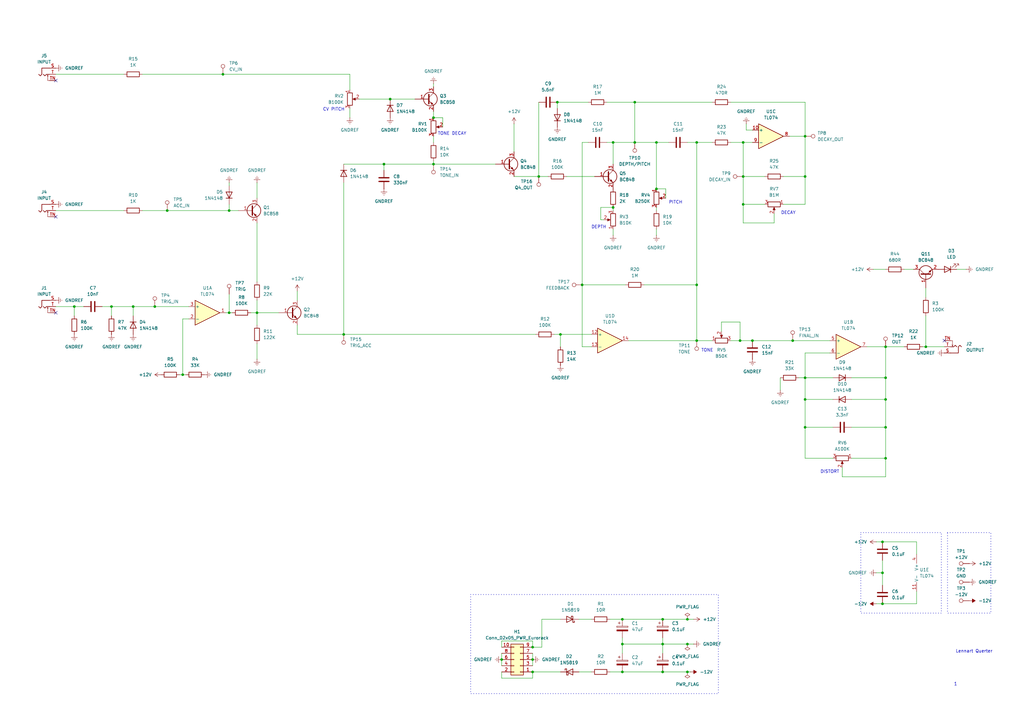
<source format=kicad_sch>
(kicad_sch (version 20231120) (generator "eeschema") (generator_version "8.0")
  (paper "A3")
  (junction (at -189.23 3.81))
  (junction (at 251.46 85.09))
  (junction (at 330.2 175.26))
  (junction (at 285.75 116.84))
  (junction (at 157.48 67.31))
  (junction (at 218.44 275.59))
  (junction (at -148.59 36.83))
  (junction (at 218.44 265.43))
  (junction (at -320.04 49.53))
  (junction (at 361.95 234.95))
  (junction (at 255.27 264.16))
  (junction (at 30.48 125.73))
  (junction (at 281.94 275.59))
  (junction (at 93.98 128.27))
  (junction (at -168.91 3.81))
  (junction (at -299.72 77.47))
  (junction (at -189.23 -11.43))
  (junction (at 271.78 264.16))
  (junction (at 228.6 41.91))
  (junction (at 205.74 270.51))
  (junction (at 281.94 254))
  (junction (at 271.78 254))
  (junction (at 363.22 142.24))
  (junction (at 260.35 41.91))
  (junction (at -220.98 52.07))
  (junction (at 105.41 128.27))
  (junction (at 303.53 139.7))
  (junction (at -259.08 52.07))
  (junction (at -109.22 -5.08))
  (junction (at 325.12 139.7))
  (junction (at 269.24 77.47))
  (junction (at 229.87 137.16))
  (junction (at -87.63 49.53))
  (junction (at -129.54 -5.08))
  (junction (at 304.8 58.42))
  (junction (at 74.93 153.67))
  (junction (at 63.5 125.73))
  (junction (at 330.2 154.94))
  (junction (at 308.61 139.7))
  (junction (at 255.27 254))
  (junction (at -62.23 -17.78))
  (junction (at 91.44 30.48))
  (junction (at -328.93 49.53))
  (junction (at 218.44 270.51))
  (junction (at -119.38 -5.08))
  (junction (at 361.95 247.65))
  (junction (at 330.2 55.88))
  (junction (at 45.72 125.73))
  (junction (at 363.22 154.94))
  (junction (at -43.18 -2.54))
  (junction (at -119.38 -45.72))
  (junction (at 363.22 175.26))
  (junction (at 363.22 163.83))
  (junction (at 238.76 116.84))
  (junction (at 363.22 187.96))
  (junction (at 330.2 163.83))
  (junction (at -208.28 -11.43))
  (junction (at -109.22 8.89))
  (junction (at 251.46 58.42))
  (junction (at 260.35 58.42))
  (junction (at -149.86 -45.72))
  (junction (at 255.27 275.59))
  (junction (at -110.49 52.07))
  (junction (at 220.98 72.39))
  (junction (at 281.94 264.16))
  (junction (at 285.75 58.42))
  (junction (at -62.23 -2.54))
  (junction (at 177.8 67.31))
  (junction (at 285.75 139.7))
  (junction (at 140.97 137.16))
  (junction (at 160.02 40.64))
  (junction (at -87.63 36.83))
  (junction (at -246.38 52.07))
  (junction (at 68.58 86.36))
  (junction (at -43.18 -17.78))
  (junction (at 304.8 72.39))
  (junction (at -311.15 49.53))
  (junction (at 93.98 86.36))
  (junction (at 269.24 58.42))
  (junction (at 271.78 275.59))
  (junction (at -62.23 13.97))
  (junction (at 379.73 142.24))
  (junction (at -87.63 13.97))
  (junction (at 361.95 222.25))
  (junction (at 304.8 83.82))
  (junction (at 54.61 125.73))
  (junction (at 330.2 72.39))
  (junction (at 177.8 48.26))
  (no_connect (at -71.12 52.07))
  (no_connect (at -351.79 52.07))
  (no_connect (at 22.86 33.02))
  (no_connect (at 22.86 128.27))
  (no_connect (at 22.86 88.9))
  (no_connect (at -279.4 71.12))
  (no_connect (at 387.35 139.7))
  (no_connect (at -163.83 12.7))
  (wire (pts (xy 304.8 58.42) (xy 304.8 72.39)))
  (wire (pts (xy -54.61 -24.13) (xy -62.23 -24.13)))
  (wire (pts (xy 349.25 175.26) (xy 363.22 175.26)))
  (wire (pts (xy 375.92 242.57) (xy 375.92 247.65)))
  (wire (pts (xy -299.72 54.61) (xy -297.18 54.61)))
  (wire (pts (xy 140.97 137.16) (xy 219.71 137.16)))
  (wire (pts (xy 330.2 144.78) (xy 330.2 154.94)))
  (wire (pts (xy 218.44 278.13) (xy 218.44 275.59)))
  (wire (pts (xy 93.98 83.82) (xy 93.98 86.36)))
  (wire (pts (xy 251.46 67.31) (xy 251.46 58.42)))
  (wire (pts (xy 105.41 128.27) (xy 102.87 128.27)))
  (wire (pts (xy -96.52 -5.08) (xy -87.63 -5.08)))
  (wire (pts (xy -320.04 53.34) (xy -320.04 49.53)))
  (wire (pts (xy 330.2 154.94) (xy 330.2 163.83)))
  (wire (pts (xy 370.84 142.24) (xy 363.22 142.24)))
  (wire (pts (xy 308.61 139.7) (xy 325.12 139.7)))
  (wire (pts (xy -119.38 -45.72) (xy -119.38 -5.08)))
  (wire (pts (xy -110.49 46.99) (xy -148.59 46.99)))
  (wire (pts (xy 345.44 195.58) (xy 363.22 195.58)))
  (wire (pts (xy 242.57 142.24) (xy 238.76 142.24)))
  (wire (pts (xy 227.33 137.16) (xy 229.87 137.16)))
  (wire (pts (xy 359.41 247.65) (xy 361.95 247.65)))
  (wire (pts (xy 222.25 254) (xy 229.87 254)))
  (wire (pts (xy 330.2 175.26) (xy 330.2 187.96)))
  (wire (pts (xy 157.48 69.85) (xy 157.48 67.31)))
  (wire (pts (xy 105.41 128.27) (xy 105.41 123.19)))
  (wire (pts (xy -129.54 19.05) (xy -129.54 17.78)))
  (wire (pts (xy 229.87 137.16) (xy 229.87 142.24)))
  (wire (pts (xy -87.63 36.83) (xy -87.63 49.53)))
  (wire (pts (xy 30.48 125.73) (xy 34.29 125.73)))
  (wire (pts (xy 147.32 40.64) (xy 160.02 40.64)))
  (wire (pts (xy -320.04 49.53) (xy -311.15 49.53)))
  (wire (pts (xy 73.66 153.67) (xy 74.93 153.67)))
  (wire (pts (xy 22.86 125.73) (xy 30.48 125.73)))
  (wire (pts (xy -87.63 -5.08) (xy -87.63 13.97)))
  (wire (pts (xy -135.89 -45.72) (xy -119.38 -45.72)))
  (wire (pts (xy 91.44 30.48) (xy 143.51 30.48)))
  (wire (pts (xy -299.72 77.47) (xy -298.45 77.47)))
  (wire (pts (xy 105.41 74.93) (xy 105.41 81.28)))
  (wire (pts (xy -62.23 -24.13) (xy -62.23 -17.78)))
  (wire (pts (xy -172.72 31.75) (xy -172.72 29.21)))
  (wire (pts (xy 74.93 153.67) (xy 76.2 153.67)))
  (wire (pts (xy -128.27 52.07) (xy -110.49 52.07)))
  (wire (pts (xy 45.72 129.54) (xy 45.72 125.73)))
  (wire (pts (xy -43.18 -17.78) (xy -43.18 -45.72)))
  (wire (pts (xy 218.44 262.89) (xy 205.74 262.89)))
  (wire (pts (xy 218.44 265.43) (xy 218.44 262.89)))
  (wire (pts (xy 218.44 267.97) (xy 218.44 270.51)))
  (wire (pts (xy -328.93 49.53) (xy -320.04 49.53)))
  (wire (pts (xy 181.61 52.07) (xy 181.61 48.26)))
  (wire (pts (xy -168.91 -45.72) (xy -162.56 -45.72)))
  (wire (pts (xy -119.38 -5.08) (xy -129.54 -5.08)))
  (wire (pts (xy 379.73 118.11) (xy 379.73 121.92)))
  (wire (pts (xy 177.8 35.56) (xy 177.8 34.29)))
  (wire (pts (xy 220.98 72.39) (xy 224.79 72.39)))
  (wire (pts (xy 74.93 153.67) (xy 74.93 130.81)))
  (wire (pts (xy -148.59 -5.08) (xy -144.78 -5.08)))
  (wire (pts (xy 330.2 72.39) (xy 330.2 55.88)))
  (wire (pts (xy -220.98 63.5) (xy -220.98 52.07)))
  (wire (pts (xy 321.31 72.39) (xy 330.2 72.39)))
  (wire (pts (xy 238.76 116.84) (xy 238.76 142.24)))
  (wire (pts (xy 361.95 229.87) (xy 361.95 234.95)))
  (wire (pts (xy -43.18 -45.72) (xy -66.04 -45.72)))
  (wire (pts (xy 361.95 234.95) (xy 361.95 240.03)))
  (wire (pts (xy -148.59 46.99) (xy -148.59 36.83)))
  (wire (pts (xy -259.08 52.07) (xy -246.38 52.07)))
  (wire (pts (xy -177.8 -6.35) (xy -177.8 3.81)))
  (wire (pts (xy 330.2 163.83) (xy 341.63 163.83)))
  (wire (pts (xy -299.72 77.47) (xy -299.72 54.61)))
  (wire (pts (xy 58.42 86.36) (xy 68.58 86.36)))
  (wire (pts (xy 274.32 58.42) (xy 269.24 58.42)))
  (wire (pts (xy 269.24 58.42) (xy 260.35 58.42)))
  (wire (pts (xy 269.24 96.52) (xy 269.24 93.98)))
  (wire (pts (xy 68.58 86.36) (xy 93.98 86.36)))
  (wire (pts (xy 50.8 30.48) (xy 22.86 30.48)))
  (wire (pts (xy -177.8 3.81) (xy -168.91 3.81)))
  (wire (pts (xy -62.23 -2.54) (xy -62.23 13.97)))
  (wire (pts (xy -246.38 76.2) (xy -246.38 63.5)))
  (wire (pts (xy -157.48 3.81) (xy -137.16 3.81)))
  (wire (pts (xy 251.46 96.52) (xy 251.46 93.98)))
  (wire (pts (xy 271.78 275.59) (xy 281.94 275.59)))
  (wire (pts (xy 140.97 67.31) (xy 157.48 67.31)))
  (wire (pts (xy 304.8 83.82) (xy 313.69 83.82)))
  (wire (pts (xy 271.78 264.16) (xy 281.94 264.16)))
  (wire (pts (xy 321.31 83.82) (xy 330.2 83.82)))
  (wire (pts (xy 246.38 90.17) (xy 246.38 85.09)))
  (wire (pts (xy 205.74 275.59) (xy 205.74 278.13)))
  (wire (pts (xy -172.72 15.24) (xy -172.72 21.59)))
  (wire (pts (xy -62.23 -2.54) (xy -58.42 -2.54)))
  (wire (pts (xy 292.1 58.42) (xy 285.75 58.42)))
  (wire (pts (xy 177.8 45.72) (xy 177.8 48.26)))
  (wire (pts (xy 292.1 139.7) (xy 285.75 139.7)))
  (wire (pts (xy 387.35 142.24) (xy 379.73 142.24)))
  (wire (pts (xy -43.18 -17.78) (xy -43.18 -2.54)))
  (wire (pts (xy -120.65 36.83) (xy -87.63 36.83)))
  (wire (pts (xy -62.23 13.97) (xy -58.42 13.97)))
  (wire (pts (xy -332.74 49.53) (xy -328.93 49.53)))
  (wire (pts (xy -208.28 -11.43) (xy -208.28 -2.54)))
  (wire (pts (xy 358.14 110.49) (xy 363.22 110.49)))
  (wire (pts (xy -109.22 8.89) (xy -109.22 7.62)))
  (wire (pts (xy 237.49 275.59) (xy 242.57 275.59)))
  (wire (pts (xy 218.44 270.51) (xy 218.44 273.05)))
  (wire (pts (xy -181.61 25.4) (xy -176.53 25.4)))
  (wire (pts (xy -109.22 10.16) (xy -109.22 8.89)))
  (wire (pts (xy 220.98 41.91) (xy 220.98 72.39)))
  (wire (pts (xy -73.66 -45.72) (xy -119.38 -45.72)))
  (wire (pts (xy 157.48 67.31) (xy 177.8 67.31)))
  (wire (pts (xy 375.92 222.25) (xy 375.92 227.33)))
  (wire (pts (xy 121.92 137.16) (xy 140.97 137.16)))
  (wire (pts (xy 93.98 86.36) (xy 97.79 86.36)))
  (wire (pts (xy -351.79 49.53) (xy -340.36 49.53)))
  (wire (pts (xy -87.63 49.53) (xy -95.25 49.53)))
  (wire (pts (xy 255.27 261.62) (xy 255.27 264.16)))
  (wire (pts (xy -105.41 3.81) (xy -105.41 8.89)))
  (wire (pts (xy -148.59 36.83) (xy -128.27 36.83)))
  (wire (pts (xy 361.95 234.95) (xy 359.41 234.95)))
  (wire (pts (xy -105.41 8.89) (xy -109.22 8.89)))
  (wire (pts (xy -62.23 -17.78) (xy -58.42 -17.78)))
  (wire (pts (xy 281.94 275.59) (xy 283.21 275.59)))
  (wire (pts (xy -129.54 -1.27) (xy -129.54 -5.08)))
  (wire (pts (xy -220.98 52.07) (xy -201.93 52.07)))
  (wire (pts (xy 251.46 86.36) (xy 251.46 85.09)))
  (wire (pts (xy 330.2 154.94) (xy 341.63 154.94)))
  (wire (pts (xy 121.92 137.16) (xy 121.92 133.35)))
  (wire (pts (xy -208.28 10.16) (xy -208.28 5.08)))
  (wire (pts (xy 361.95 247.65) (xy 375.92 247.65)))
  (wire (pts (xy 105.41 147.32) (xy 105.41 140.97)))
  (wire (pts (xy -259.08 52.07) (xy -259.08 55.88)))
  (wire (pts (xy 292.1 41.91) (xy 260.35 41.91)))
  (wire (pts (xy 363.22 142.24) (xy 355.6 142.24)))
  (wire (pts (xy -119.38 -5.08) (xy -109.22 -5.08)))
  (wire (pts (xy 177.8 55.88) (xy 177.8 58.42)))
  (wire (pts (xy -246.38 55.88) (xy -246.38 52.07)))
  (wire (pts (xy -154.94 -45.72) (xy -149.86 -45.72)))
  (wire (pts (xy -279.4 68.58) (xy -266.7 68.58)))
  (wire (pts (xy 303.53 139.7) (xy 308.61 139.7)))
  (wire (pts (xy -148.59 36.83) (xy -148.59 -5.08)))
  (wire (pts (xy -50.8 -17.78) (xy -43.18 -17.78)))
  (wire (pts (xy 232.41 72.39) (xy 243.84 72.39)))
  (wire (pts (xy 41.91 125.73) (xy 45.72 125.73)))
  (wire (pts (xy 255.27 254) (xy 271.78 254)))
  (wire (pts (xy 285.75 139.7) (xy 257.81 139.7)))
  (wire (pts (xy 205.74 267.97) (xy 205.74 270.51)))
  (wire (pts (xy -246.38 52.07) (xy -240.03 52.07)))
  (wire (pts (xy -220.98 -11.43) (xy -208.28 -11.43)))
  (wire (pts (xy -168.91 -45.72) (xy -168.91 3.81)))
  (wire (pts (xy 54.61 129.54) (xy 54.61 125.73)))
  (wire (pts (xy 363.22 175.26) (xy 363.22 163.83)))
  (wire (pts (xy 181.61 48.26) (xy 177.8 48.26)))
  (wire (pts (xy -232.41 41.91) (xy -232.41 46.99)))
  (wire (pts (xy 330.2 55.88) (xy 330.2 41.91)))
  (wire (pts (xy 177.8 67.31) (xy 203.2 67.31)))
  (wire (pts (xy 281.94 264.16) (xy 284.48 264.16)))
  (wire (pts (xy 273.05 81.28) (xy 273.05 77.47)))
  (wire (pts (xy -270.51 52.07) (xy -259.08 52.07)))
  (wire (pts (xy 22.86 86.36) (xy 50.8 86.36)))
  (wire (pts (xy -189.23 -11.43) (xy -185.42 -11.43)))
  (wire (pts (xy 325.12 139.7) (xy 340.36 139.7)))
  (wire (pts (xy 379.73 142.24) (xy 378.46 142.24)))
  (wire (pts (xy -189.23 3.81) (xy -189.23 12.7)))
  (wire (pts (xy 303.53 139.7) (xy 299.72 139.7)))
  (wire (pts (xy 269.24 86.36) (xy 269.24 85.09)))
  (wire (pts (xy 93.98 120.65) (xy 93.98 128.27)))
  (wire (pts (xy -185.42 -2.54) (xy -185.42 3.81)))
  (wire (pts (xy 345.44 191.77) (xy 345.44 195.58)))
  (wire (pts (xy 295.91 132.08) (xy 303.53 132.08)))
  (wire (pts (xy 299.72 41.91) (xy 330.2 41.91)))
  (wire (pts (xy 317.5 91.44) (xy 317.5 87.63)))
  (wire (pts (xy 363.22 163.83) (xy 363.22 154.94)))
  (wire (pts (xy 30.48 129.54) (xy 30.48 125.73)))
  (wire (pts (xy 222.25 254) (xy 222.25 265.43)))
  (wire (pts (xy 370.84 110.49) (xy 374.65 110.49)))
  (wire (pts (xy 260.35 58.42) (xy 260.35 41.91)))
  (wire (pts (xy 304.8 58.42) (xy 308.61 58.42)))
  (wire (pts (xy 271.78 254) (xy 281.94 254)))
  (wire (pts (xy -163.83 15.24) (xy -172.72 15.24)))
  (wire (pts (xy -68.58 13.97) (xy -62.23 13.97)))
  (wire (pts (xy 273.05 77.47) (xy 269.24 77.47)))
  (wire (pts (xy 363.22 187.96) (xy 363.22 175.26)))
  (wire (pts (xy 295.91 135.89) (xy 295.91 132.08)))
  (wire (pts (xy 160.02 40.64) (xy 170.18 40.64)))
  (wire (pts (xy -232.41 57.15) (xy -232.41 63.5)))
  (wire (pts (xy 54.61 125.73) (xy 63.5 125.73)))
  (wire (pts (xy -185.42 3.81) (xy -189.23 3.81)))
  (wire (pts (xy 237.49 254) (xy 242.57 254)))
  (wire (pts (xy 330.2 83.82) (xy 330.2 72.39)))
  (wire (pts (xy 228.6 41.91) (xy 241.3 41.91)))
  (wire (pts (xy 242.57 137.16) (xy 229.87 137.16)))
  (wire (pts (xy 285.75 58.42) (xy 285.75 116.84)))
  (wire (pts (xy -168.91 3.81) (xy -165.1 3.81)))
  (wire (pts (xy -50.8 -2.54) (xy -43.18 -2.54)))
  (wire (pts (xy 255.27 264.16) (xy 255.27 267.97)))
  (wire (pts (xy 379.73 129.54) (xy 379.73 142.24)))
  (wire (pts (xy 218.44 275.59) (xy 229.87 275.59)))
  (wire (pts (xy -62.23 -17.78) (xy -62.23 -2.54)))
  (wire (pts (xy -259.08 76.2) (xy -259.08 73.66)))
  (wire (pts (xy 140.97 74.93) (xy 140.97 137.16)))
  (wire (pts (xy 250.19 275.59) (xy 255.27 275.59)))
  (wire (pts (xy 105.41 128.27) (xy 114.3 128.27)))
  (wire (pts (xy -149.86 -45.72) (xy -143.51 -45.72)))
  (wire (pts (xy -76.2 13.97) (xy -87.63 13.97)))
  (wire (pts (xy -232.41 63.5) (xy -220.98 63.5)))
  (wire (pts (xy -54.61 -24.13) (xy -54.61 -21.59)))
  (wire (pts (xy 306.07 53.34) (xy 308.61 53.34)))
  (wire (pts (xy 246.38 85.09) (xy 251.46 85.09)))
  (wire (pts (xy -43.18 -2.54) (xy -43.18 16.51)))
  (wire (pts (xy 250.19 254) (xy 255.27 254)))
  (wire (pts (xy 255.27 275.59) (xy 271.78 275.59)))
  (wire (pts (xy 269.24 58.42) (xy 269.24 77.47)))
  (wire (pts (xy 330.2 175.26) (xy 341.63 175.26)))
  (wire (pts (xy 105.41 133.35) (xy 105.41 128.27)))
  (wire (pts (xy 210.82 72.39) (xy 220.98 72.39)))
  (wire (pts (xy -76.2 49.53) (xy -71.12 49.53)))
  (wire (pts (xy 349.25 154.94) (xy 363.22 154.94)))
  (wire (pts (xy 304.8 72.39) (xy 304.8 83.82)))
  (wire (pts (xy 349.25 163.83) (xy 363.22 163.83)))
  (wire (pts (xy 281.94 254) (xy 284.48 254)))
  (wire (pts (xy 246.38 90.17) (xy 247.65 90.17)))
  (wire (pts (xy -220.98 1.27) (xy -220.98 52.07)))
  (wire (pts (xy 205.74 270.51) (xy 205.74 273.05)))
  (wire (pts (xy 205.74 278.13) (xy 218.44 278.13)))
  (wire (pts (xy 281.94 58.42) (xy 285.75 58.42)))
  (wire (pts (xy 304.8 91.44) (xy 304.8 83.82)))
  (wire (pts (xy -189.23 -11.43) (xy -189.23 -6.35)))
  (wire (pts (xy 58.42 30.48) (xy 91.44 30.48)))
  (wire (pts (xy 251.46 58.42) (xy 248.92 58.42)))
  (wire (pts (xy 359.41 222.25) (xy 361.95 222.25)))
  (wire (pts (xy 317.5 91.44) (xy 304.8 91.44)))
  (wire (pts (xy 255.27 264.16) (xy 271.78 264.16)))
  (wire (pts (xy 238.76 116.84) (xy 256.54 116.84)))
  (wire (pts (xy -104.14 -5.08) (xy -109.22 -5.08)))
  (wire (pts (xy -300.99 77.47) (xy -299.72 77.47)))
  (wire (pts (xy 285.75 116.84) (xy 285.75 139.7)))
  (wire (pts (xy 264.16 116.84) (xy 285.75 116.84)))
  (wire (pts (xy 45.72 125.73) (xy 54.61 125.73)))
  (wire (pts (xy 271.78 264.16) (xy 271.78 267.97)))
  (wire (pts (xy -220.98 -11.43) (xy -220.98 -6.35)))
  (wire (pts (xy 222.25 265.43) (xy 218.44 265.43)))
  (wire (pts (xy 349.25 187.96) (xy 363.22 187.96)))
  (wire (pts (xy 330.2 55.88) (xy 323.85 55.88)))
  (wire (pts (xy 238.76 58.42) (xy 238.76 116.84)))
  (wire (pts (xy 361.95 222.25) (xy 375.92 222.25)))
  (wire (pts (xy 271.78 261.62) (xy 271.78 264.16)))
  (wire (pts (xy -311.15 49.53) (xy -297.18 49.53)))
  (wire (pts (xy 143.51 48.26) (xy 143.51 44.45)))
  (wire (pts (xy -149.86 -41.91) (xy -149.86 -45.72)))
  (wire (pts (xy 363.22 195.58) (xy 363.22 187.96)))
  (wire (pts (xy -110.49 60.96) (xy -110.49 52.07)))
  (wire (pts (xy -129.54 10.16) (xy -129.54 8.89)))
  (wire (pts (xy -328.93 53.34) (xy -328.93 49.53)))
  (wire (pts (xy -189.23 3.81) (xy -189.23 1.27)))
  (wire (pts (xy 177.8 66.04) (xy 177.8 67.31)))
  (wire (pts (xy 210.82 50.8) (xy 210.82 62.23)))
  (wire (pts (xy 396.24 110.49) (xy 392.43 110.49)))
  (wire (pts (xy 238.76 58.42) (xy 241.3 58.42)))
  (wire (pts (xy 95.25 128.27) (xy 93.98 128.27)))
  (wire (pts (xy -110.49 71.12) (xy -110.49 68.58)))
  (wire (pts (xy 248.92 41.91) (xy 260.35 41.91)))
  (wire (pts (xy 320.04 160.02) (xy 320.04 154.94)))
  (wire (pts (xy 340.36 144.78) (xy 330.2 144.78)))
  (wire (pts (xy 327.66 154.94) (xy 330.2 154.94)))
  (wire (pts (xy -83.82 49.53) (xy -87.63 49.53)))
  (wire (pts (xy 306.07 50.8) (xy 306.07 53.34)))
  (wire (pts (xy 251.46 58.42) (xy 260.35 58.42)))
  (wire (pts (xy 143.51 30.48) (xy 143.51 36.83)))
  (wire (pts (xy -281.94 52.07) (xy -278.13 52.07)))
  (wire (pts (xy -189.23 33.02) (xy -189.23 30.48)))
  (wire (pts (xy 330.2 163.83) (xy 330.2 175.26)))
  (wire (pts (xy 121.92 119.38) (xy 121.92 123.19)))
  (wire (pts (xy 299.72 58.42) (xy 304.8 58.42)))
  (wire (pts (xy 363.22 154.94) (xy 363.22 142.24)))
  (wire (pts (xy -109.22 0) (xy -109.22 -5.08)))
  (wire (pts (xy 93.98 128.27) (xy 92.71 128.27)))
  (wire (pts (xy 228.6 44.45) (xy 228.6 41.91)))
  (wire (pts (xy 313.69 72.39) (xy 304.8 72.39)))
  (wire (pts (xy 93.98 74.93) (xy 93.98 76.2)))
  (wire (pts (xy -87.63 13.97) (xy -87.63 36.83)))
  (wire (pts (xy 205.74 262.89) (xy 205.74 265.43)))
  (wire (pts (xy -177.8 -19.05) (xy -177.8 -16.51)))
  (wire (pts (xy 330.2 187.96) (xy 341.63 187.96)))
  (wire (pts (xy -208.28 -11.43) (xy -189.23 -11.43)))
  (wire (pts (xy 303.53 132.08) (xy 303.53 139.7)))
  (wire (pts (xy 105.41 115.57) (xy 105.41 91.44)))
  (wire (pts (xy 74.93 130.81) (xy 77.47 130.81)))
  (wire (pts (xy 63.5 125.73) (xy 77.47 125.73)))
  (wire (pts (xy -129.54 -5.08) (xy -137.16 -5.08)))
  (wire (pts (xy -194.31 52.07) (xy -135.89 52.07)))
  (rectangle (start 388.62 218.44) (end 406.4 251.46) (stroke (width 0.254) (type dot)))
  (rectangle (start -287.02 20.32) (end -226.06 93.98))
  (rectangle (start 193.04 243.84) (end 294.64 284.48) (stroke (width 0.25) (type dot)))
  (rectangle (start 353.06 218.44) (end 386.08 251.46) (stroke (width 0.25) (type dot)))
  (text "DISTORT" (at 340.36 193.548 0) (effects (font (size 1.27 1.27))))
  (text "DECAY" (at 323.342 87.376 0) (effects (font (size 1.27 1.27))))
  (text "TONE" (at 290.068 143.764 0) (effects (font (size 1.27 1.27))))
  (text "CV PITCH" (at 136.906 44.958 0) (effects (font (size 1.27 1.27))))
  (text "TONE DECAY" (at 185.42 54.864 0) (effects (font (size 1.27 1.27))))
  (text "DEPTH" (at 245.618 93.218 0) (effects (font (size 1.27 1.27))))
  (text "Lennart Querter" (at 399.542 267.208 0) (effects (font (size 1.27 1.27))))
  (text "UNTESTED" (at -276.098 25.4 0) (effects (font (size 1.27 1.27))))
  (text "PITCH" (at 277.114 83.058 0) (effects (font (size 1.27 1.27))))
  (text "1" (at 391.922 280.67 0) (effects (font (size 1.27 1.27))))
  (symbol (lib_id "power:GNDREF") (at 22.86 83.82 90) (unit 1)
    (property "Reference" "#PWR026" (effects (hide yes)))
    (property "Value" "GNDREF" (at 26.67 83.8199 90) (effects (justify right)))
    (property "Description" "Power symbol creates a global label with name \"GNDREF\" , reference supply ground" (effects (hide yes)))
  )
  (symbol (lib_id "Connector:TestPoint") (at 238.76 116.84 90) (unit 1) (in_bom no)
    (property "Reference" "TP17" (at 233.68 115.5699 90) (effects (justify left)))
    (property "Value" "FEEDBACK" (at 233.68 118.1099 90) (effects (justify left)))
    (property "Footprint" "Connector_Pin:Pin_D1.0mm_L10.0mm" (effects (hide yes)))
    (property "Description" "test point" (effects (hide yes)))
  )
  (symbol (lib_id "synth:R_Potentiometer (P0915N)") (at 295.91 139.7 90) (unit 1)
    (property "Reference" "RV5" (at 295.91 143.51 90))
    (property "Value" "B50K" (at 295.91 146.05 90))
    (property "Footprint" "Synth:Potentiometer_TT_P0915N" (effects (hide yes)))
    (property "Description" "Potentiometer" (effects (hide yes)))
  )
  (symbol (lib_id "Connector:TestPoint") (at 93.98 120.65 0) (unit 1) (in_bom no)
    (property "Reference" "TP7" (at 96.52 116.0779 0) (effects (justify left)))
    (property "Value" "TRIG" (at 96.52 118.6179 0) (effects (justify left)))
    (property "Footprint" "Connector_Pin:Pin_D1.0mm_L10.0mm" (effects (hide yes)))
    (property "Description" "test point" (effects (hide yes)))
  )
  (symbol (lib_id "power:GNDREF") (at 45.72 137.16 0) (unit 1)
    (property "Reference" "#PWR030" (effects (hide yes)))
    (property "Value" "GNDREF" (at 45.72 142.24 0))
    (property "Description" "Power symbol creates a global label with name \"GNDREF\" , reference supply ground" (effects (hide yes)))
  )
  (symbol (lib_id "synth:AudioJack_Mono_3.5mm") (at -66.04 49.53 180) (unit 1)
    (property "Reference" "J6" (at -60.96 48.3234 0) (effects (justify right)))
    (property "Value" "OUTPUT" (at -60.96 50.8634 0) (effects (justify right)))
    (property "Footprint" "Synth:Jack_3.5mm_QingPu_WQP-PJ398SM_Vertical_CircularHoles" (effects (hide yes)))
    (property "Description" "Audio Jack, 2 Poles (Mono / TS), Switched T Pole (Normalling)" (effects (hide yes)))
  )
  (symbol (lib_id "synth:AudioJack_Mono_3.5mm") (at -284.48 68.58 0) (unit 1)
    (property "Reference" "J9" (at -284.1625 60.96 0))
    (property "Value" "INPUT" (at -284.1625 63.5 0))
    (property "Footprint" "Synth:Jack_3.5mm_QingPu_WQP-PJ398SM_Vertical_CircularHoles" (effects (hide yes)))
    (property "Description" "Audio Jack, 2 Poles (Mono / TS), Switched T Pole (Normalling)" (effects (hide yes)))
  )
  (symbol (lib_id "synth:D_Signal (1N4148)") (at 140.97 71.12 270) (unit 1)
    (property "Reference" "D6" (at 143.51 69.8499 90) (effects (justify left)))
    (property "Value" "1N4148" (at 143.51 72.3899 90) (effects (justify left)))
    (property "Footprint" "Diode_SMD:D_SOD-323_HandSoldering" (effects (hide yes)))
    (property "Datasheet" "https://assets.nexperia.com/documents/data-sheet/1N4148_1N4448.pdf" (effects (hide yes)))
    (property "Description" "100V 0.15A standard switching diode, DO-35" (effects (hide yes)))
    (property "Sim.Device" "D" (effects (hide yes)))
    (property "Sim.Pins" "1=K 2=A" (effects (hide yes)))
  )
  (symbol (lib_id "synth:R_Default") (at 229.87 146.05 180) (unit 1)
    (property "Reference" "R13" (at 232.41 144.7799 0) (effects (justify right)))
    (property "Value" "14K" (at 232.41 147.3199 0) (effects (justify right)))
    (property "Footprint" "Resistor_SMD:R_0805_2012Metric_Pad1.20x1.40mm_HandSolder" (effects (hide yes)))
    (property "Description" "Resistor" (effects (hide yes)))
  )
  (symbol (lib_id "power:GNDREF") (at -189.23 33.02 0) (unit 1)
    (property "Reference" "#PWR056" (effects (hide yes)))
    (property "Value" "GNDREF" (at -189.23 38.1 0))
    (property "Description" "Power symbol creates a global label with name \"GNDREF\" , reference supply ground" (effects (hide yes)))
  )
  (symbol (lib_id "synth:C_sm (MKS)") (at 157.48 73.66 180) (unit 1)
    (property "Reference" "C8" (at 161.29 72.3899 0) (effects (justify right)))
    (property "Value" "330nF" (at 161.29 74.9299 0) (effects (justify right)))
    (property "Footprint" "Capacitor_SMD:C_0805_2012Metric" (effects (hide yes)))
    (property "Description" "Unpolarized capacitor" (effects (hide yes)))
  )
  (symbol (lib_id "power:GNDREF") (at 320.04 160.02 0) (unit 1)
    (property "Reference" "#PWR04" (effects (hide yes)))
    (property "Value" "GNDREF" (at 320.04 165.1 0))
    (property "Description" "Power symbol creates a global label with name \"GNDREF\" , reference supply ground" (effects (hide yes)))
  )
  (symbol (lib_id "synth:C_sm (MKS)") (at -336.55 49.53 90) (unit 1)
    (property "Reference" "C16" (at -336.55 41.91 90))
    (property "Value" "10nF" (at -336.55 44.45 90))
    (property "Footprint" "Capacitor_SMD:C_0805_2012Metric" (effects (hide yes)))
    (property "Description" "Unpolarized capacitor" (effects (hide yes)))
  )
  (symbol (lib_id "Transistor_BJT:BC848") (at -234.95 52.07 0) (unit 1)
    (property "Reference" "Q10" (at -228.6 50.7999 0) (effects (justify left)))
    (property "Value" "BC848" (at -228.6 53.3399 0) (effects (justify left)))
    (property "Footprint" "Package_TO_SOT_SMD:SOT-23" (effects (hide yes)))
    (property "Datasheet" "http://www.infineon.com/dgdl/Infineon-BC847SERIES_BC848SERIES_BC849SERIES_BC850SERIES-DS-v01_01-en.pdf?fileId=db3a304314dca389011541d4630a1657" (effects (hide yes)))
    (property "Description" "0.1A Ic, 30V Vce, NPN Transistor, SOT-23" (effects (hide yes)))
  )
  (symbol (lib_id "Connector:TestPoint") (at 63.5 125.73 0) (unit 1) (in_bom no)
    (property "Reference" "TP4" (at 66.04 121.1579 0) (effects (justify left)))
    (property "Value" "TRIG_IN" (at 66.04 123.6979 0) (effects (justify left)))
    (property "Footprint" "Connector_Pin:Pin_D1.0mm_L10.0mm" (effects (hide yes)))
    (property "Description" "test point" (effects (hide yes)))
  )
  (symbol (lib_id "power:GNDREF") (at 387.35 144.78 270) (unit 1)
    (property "Reference" "#PWR06" (effects (hide yes)))
    (property "Value" "GNDREF" (at 383.54 144.7799 90) (effects (justify right)))
    (property "Description" "Power symbol creates a global label with name \"GNDREF\" , reference supply ground" (effects (hide yes)))
  )
  (symbol (lib_id "power:-12V") (at 283.21 275.59 270) (unit 1)
    (property "Reference" "#PWR09" (effects (hide yes)))
    (property "Value" "-12V" (at 287.02 275.5899 90) (effects (justify left)))
    (property "Description" "Power symbol creates a global label with name \"-12V\"" (effects (hide yes)))
  )
  (symbol (lib_id "synth:R_Default") (at 323.85 154.94 270) (unit 1)
    (property "Reference" "R21" (at 323.85 148.59 90))
    (property "Value" "33K" (at 323.85 151.13 90))
    (property "Footprint" "Resistor_SMD:R_0805_2012Metric_Pad1.20x1.40mm_HandSolder" (effects (hide yes)))
    (property "Description" "Resistor" (effects (hide yes)))
  )
  (symbol (lib_id "synth:R_Default") (at 260.35 116.84 270) (unit 1)
    (property "Reference" "R20" (at 260.35 110.49 90))
    (property "Value" "1M" (at 260.35 113.03 90))
    (property "Footprint" "Resistor_SMD:R_0805_2012Metric_Pad1.20x1.40mm_HandSolder" (effects (hide yes)))
    (property "Description" "Resistor" (effects (hide yes)))
  )
  (symbol (lib_id "synth:C_sm (MKS)") (at -158.75 -45.72 90) (unit 1)
    (property "Reference" "C18" (at -158.75 -52.07 90))
    (property "Value" "5.6F" (at -158.75 -49.53 90))
    (property "Footprint" "Capacitor_SMD:C_0805_2012Metric" (effects (hide yes)))
    (property "Description" "Unpolarized capacitor" (effects (hide yes)))
  )
  (symbol (lib_id "synth:C_sm (MKS)") (at 224.79 41.91 90) (unit 1)
    (property "Reference" "C9" (at 224.79 34.29 90))
    (property "Value" "5.6nF" (at 224.79 36.83 90))
    (property "Footprint" "Capacitor_SMD:C_0805_2012Metric" (effects (hide yes)))
    (property "Description" "Unpolarized capacitor" (effects (hide yes)))
  )
  (symbol (lib_id "power:GNDREF") (at 308.61 147.32 0) (unit 1)
    (property "Reference" "#PWR044" (effects (hide yes)))
    (property "Value" "GNDREF" (at 308.61 152.4 0))
    (property "Description" "Power symbol creates a global label with name \"GNDREF\" , reference supply ground" (effects (hide yes)))
  )
  (symbol (lib_id "synth:R_Default") (at 228.6 72.39 270) (unit 1)
    (property "Reference" "R16" (at 228.6 66.04 90))
    (property "Value" "100K" (at 228.6 68.58 90))
    (property "Footprint" "Resistor_SMD:R_0805_2012Metric_Pad1.20x1.40mm_HandSolder" (effects (hide yes)))
    (property "Description" "Resistor" (effects (hide yes)))
  )
  (symbol (lib_id "synth:R_Default") (at 105.41 137.16 180) (unit 1)
    (property "Reference" "R11" (at 107.95 135.8899 0) (effects (justify right)))
    (property "Value" "122K" (at 107.95 138.4299 0) (effects (justify right)))
    (property "Footprint" "Resistor_SMD:R_0805_2012Metric_Pad1.20x1.40mm_HandSolder" (effects (hide yes)))
    (property "Description" "Resistor" (effects (hide yes)))
  )
  (symbol (lib_id "synth:R_Default") (at 295.91 41.91 270) (unit 1)
    (property "Reference" "R24" (at 295.91 35.56 90))
    (property "Value" "470R" (at 295.91 38.1 90))
    (property "Footprint" "Resistor_SMD:R_0805_2012Metric_Pad1.20x1.40mm_HandSolder" (effects (hide yes)))
    (property "Description" "Resistor" (effects (hide yes)))
  )
  (symbol (lib_id "power:GNDREF") (at 30.48 137.16 0) (unit 1)
    (property "Reference" "#PWR031" (effects (hide yes)))
    (property "Value" "GNDREF" (at 30.48 142.24 0))
    (property "Description" "Power symbol creates a global label with name \"GNDREF\" , reference supply ground" (effects (hide yes)))
  )
  (symbol (lib_id "Device:C") (at 361.95 243.84 0) (unit 1)
    (property "Reference" "C6" (at 365.76 242.5699 0) (effects (justify left)))
    (property "Value" "0.1uF" (at 365.76 245.1099 0) (effects (justify left)))
    (property "Footprint" "Capacitor_SMD:C_0805_2012Metric" (effects (hide yes)))
    (property "Description" "Unpolarized capacitor" (effects (hide yes)))
  )
  (symbol (lib_id "synth:AudioJack_Mono_3.5mm") (at 17.78 30.48 0) (unit 1)
    (property "Reference" "J5" (at 18.0975 22.86 0))
    (property "Value" "INPUT" (at 18.0975 25.4 0))
    (property "Footprint" "Synth:Jack_3.5mm_QingPu_WQP-PJ398SM_Vertical_CircularHoles" (effects (hide yes)))
    (property "Description" "Audio Jack, 2 Poles (Mono / TS), Switched T Pole (Normalling)" (effects (hide yes)))
  )
  (symbol (lib_id "synth:R_Default") (at -139.7 -45.72 270) (unit 1)
    (property "Reference" "R39" (at -139.7 -50.8 90))
    (property "Value" "1M" (at -139.7 -48.26 90))
    (property "Footprint" "Resistor_SMD:R_0805_2012Metric_Pad1.20x1.40mm_HandSolder" (effects (hide yes)))
    (property "Description" "Resistor" (effects (hide yes)))
  )
  (symbol (lib_id "Connector:TestPoint") (at 285.75 139.7 180) (unit 1) (in_bom no)
    (property "Reference" "TP11" (at 283.21 141.7319 0) (effects (justify left)))
    (property "Value" "TONE" (at 283.21 144.2719 0) (effects (justify left)))
    (property "Footprint" "Connector_Pin:Pin_D1.0mm_L10.0mm" (effects (hide yes)))
    (property "Description" "test point" (effects (hide yes)))
  )
  (symbol (lib_id "Diode:1N5819") (at 233.68 275.59 0) (unit 1)
    (property "Reference" "D2" (at 233.3625 269.24 0))
    (property "Value" "1N5819" (at 233.3625 271.78 0))
    (property "Footprint" "Diode_SMD:D_SOD-123" (effects (hide yes)))
    (property "Datasheet" "http://www.vishay.com/docs/88525/1n5817.pdf" (effects (hide yes)))
    (property "Description" "40V 1A Schottky Barrier Rectifier Diode, DO-41" (effects (hide yes)))
  )
  (symbol (lib_id "synth:R_Potentiometer (P0915N)") (at -189.23 -2.54 0) (unit 1)
    (property "Reference" "RV10" (at -190.5 -3.8101 0) (effects (justify right)))
    (property "Value" "B100K" (at -190.5 -1.2701 0) (effects (justify right)))
    (property "Footprint" "Synth:Potentiometer_TT_P0915N" (effects (hide yes)))
    (property "Description" "Potentiometer" (effects (hide yes)))
  )
  (symbol (lib_id "synth:R_Potentiometer (P0915N)") (at 345.44 187.96 270) (unit 1)
    (property "Reference" "RV6" (at 345.44 181.61 90))
    (property "Value" "A100K" (at 345.44 184.15 90))
    (property "Footprint" "Synth:Potentiometer_TT_P0915N" (effects (hide yes)))
    (property "Description" "Potentiometer" (effects (hide yes)))
  )
  (symbol (lib_id "power:+12V") (at -308.61 77.47 90) (unit 1)
    (property "Reference" "#PWR050" (effects (hide yes)))
    (property "Value" "+12V" (at -311.15 77.4699 90) (effects (justify left)))
    (property "Description" "Power symbol creates a global label with name \"+12V\"" (effects (hide yes)))
  )
  (symbol (lib_id "synth:R_Default") (at -69.85 -45.72 270) (unit 1)
    (property "Reference" "R35" (at -69.85 -50.8 90))
    (property "Value" "470K" (at -69.85 -48.26 90))
    (property "Footprint" "Resistor_SMD:R_0805_2012Metric_Pad1.20x1.40mm_HandSolder" (effects (hide yes)))
    (property "Description" "Resistor" (effects (hide yes)))
  )
  (symbol (lib_id "synth:R_Default") (at 177.8 62.23 180) (unit 1)
    (property "Reference" "R14" (at 180.34 60.9599 0) (effects (justify right)))
    (property "Value" "10K" (at 180.34 63.4999 0) (effects (justify right)))
    (property "Footprint" "Resistor_SMD:R_0805_2012Metric_Pad1.20x1.40mm_HandSolder" (effects (hide yes)))
    (property "Description" "Resistor" (effects (hide yes)))
  )
  (symbol (lib_id "Transistor_BJT:BC848") (at 208.28 67.31 0) (unit 1)
    (property "Reference" "Q4" (at 213.36 66.0399 0) (effects (justify left)))
    (property "Value" "BC848" (at 213.36 68.5799 0) (effects (justify left)))
    (property "Footprint" "Package_TO_SOT_SMD:SOT-23" (effects (hide yes)))
    (property "Datasheet" "http://www.infineon.com/dgdl/Infineon-BC847SERIES_BC848SERIES_BC849SERIES_BC850SERIES-DS-v01_01-en.pdf?fileId=db3a304314dca389011541d4630a1657" (effects (hide yes)))
    (property "Description" "0.1A Ic, 30V Vce, NPN Transistor, SOT-23" (effects (hide yes)))
  )
  (symbol (lib_id "Connector:TestPoint") (at 140.97 137.16 180) (unit 1) (in_bom no)
    (property "Reference" "TP15" (at 143.51 139.1919 0) (effects (justify right)))
    (property "Value" "TRIG_ACC" (at 143.51 141.7319 0) (effects (justify right)))
    (property "Footprint" "Connector_Pin:Pin_D1.0mm_L10.0mm" (effects (hide yes)))
    (property "Description" "test point" (effects (hide yes)))
  )
  (symbol (lib_id "Device:R") (at 246.38 275.59 90) (unit 1)
    (property "Reference" "R2" (at 246.38 269.24 90))
    (property "Value" "10R" (at 246.38 271.78 90))
    (property "Footprint" "Resistor_SMD:R_0805_2012Metric_Pad1.20x1.40mm_HandSolder" (effects (hide yes)))
    (property "Description" "Resistor" (effects (hide yes)))
  )
  (symbol (lib_id "Amplifier_Operational:TL074") (at 347.98 142.24 0) (unit 2)
    (property "Reference" "U1" (at 347.98 132.08 0))
    (property "Value" "TL074" (at 347.98 134.62 0))
    (property "Footprint" "Package_SO:SO-14_3.9x8.65mm_P1.27mm" (effects (hide yes)))
    (property "Datasheet" "http://www.ti.com/lit/ds/symlink/tl071.pdf" (effects (hide yes)))
    (property "Description" "Quad Low-Noise JFET-Input Operational Amplifiers, DIP-14/SOIC-14" (effects (hide yes)))
  )
  (symbol (lib_id "power:PWR_FLAG") (at 281.94 254 0) (unit 1) (exclude_from_sim yes) (in_bom no)
    (property "Reference" "#FLG01" (effects (hide yes)))
    (property "Value" "PWR_FLAG" (at 281.94 248.92 0))
    (property "Description" "Special symbol for telling ERC where power comes from" (effects (hide yes)))
  )
  (symbol (lib_id "Transistor_BJT:BC848") (at -132.08 3.81 0) (unit 1)
    (property "Reference" "Q6" (at -125.73 2.5399 0) (effects (justify left)))
    (property "Value" "BC848" (at -125.73 5.0799 0) (effects (justify left)))
    (property "Footprint" "Package_TO_SOT_SMD:SOT-23" (effects (hide yes)))
    (property "Datasheet" "http://www.infineon.com/dgdl/Infineon-BC847SERIES_BC848SERIES_BC849SERIES_BC850SERIES-DS-v01_01-en.pdf?fileId=db3a304314dca389011541d4630a1657" (effects (hide yes)))
    (property "Description" "0.1A Ic, 30V Vce, NPN Transistor, SOT-23" (effects (hide yes)))
  )
  (symbol (lib_id "power:GNDREF") (at 22.86 27.94 90) (unit 1)
    (property "Reference" "#PWR027" (effects (hide yes)))
    (property "Value" "GNDREF" (at 26.67 27.9399 90) (effects (justify right)))
    (property "Description" "Power symbol creates a global label with name \"GNDREF\" , reference supply ground" (effects (hide yes)))
  )
  (symbol (lib_id "Diode:1N5819") (at 233.68 254 180) (unit 1)
    (property "Reference" "D1" (at 233.9975 247.65 0))
    (property "Value" "1N5819" (at 233.9975 250.19 0))
    (property "Footprint" "Diode_SMD:D_SOD-123" (effects (hide yes)))
    (property "Datasheet" "http://www.vishay.com/docs/88525/1n5817.pdf" (effects (hide yes)))
    (property "Description" "40V 1A Schottky Barrier Rectifier Diode, DO-41" (effects (hide yes)))
  )
  (symbol (lib_id "synth:R_Default") (at -80.01 49.53 270) (unit 1)
    (property "Reference" "R26" (at -80.01 43.18 90))
    (property "Value" "1K" (at -80.01 45.72 90))
    (property "Footprint" "Resistor_SMD:R_0805_2012Metric_Pad1.20x1.40mm_HandSolder" (effects (hide yes)))
    (property "Description" "Resistor" (effects (hide yes)))
  )
  (symbol (lib_id "synth:R_Default") (at -294.64 77.47 90) (unit 1)
    (property "Reference" "R31" (at -294.64 71.12 90))
    (property "Value" "33K" (at -294.64 73.66 90))
    (property "Footprint" "Resistor_SMD:R_0805_2012Metric_Pad1.20x1.40mm_HandSolder" (effects (hide yes)))
    (property "Description" "Resistor" (effects (hide yes)))
  )
  (symbol (lib_id "power:+12V") (at -232.41 41.91 0) (unit 1)
    (property "Reference" "#PWR062" (effects (hide yes)))
    (property "Value" "+12V" (at -232.41 36.83 0))
    (property "Description" "Power symbol creates a global label with name \"+12V\"" (effects (hide yes)))
  )
  (symbol (lib_id "power:GNDREF") (at 229.87 149.86 0) (unit 1)
    (property "Reference" "#PWR036" (effects (hide yes)))
    (property "Value" "GNDREF" (at 229.87 154.94 0))
    (property "Description" "Power symbol creates a global label with name \"GNDREF\" , reference supply ground" (effects (hide yes)))
  )
  (symbol (lib_id "synth:R_Default") (at 317.5 72.39 270) (unit 1)
    (property "Reference" "R25" (at 317.5 66.04 90))
    (property "Value" "47K" (at 317.5 68.58 90))
    (property "Footprint" "Resistor_SMD:R_0805_2012Metric_Pad1.20x1.40mm_HandSolder" (effects (hide yes)))
    (property "Description" "Resistor" (effects (hide yes)))
  )
  (symbol (lib_id "power:GNDREF") (at 105.41 74.93 180) (unit 1)
    (property "Reference" "#PWR032" (effects (hide yes)))
    (property "Value" "GNDREF" (at 105.41 69.85 0))
    (property "Description" "Power symbol creates a global label with name \"GNDREF\" , reference supply ground" (effects (hide yes)))
  )
  (symbol (lib_id "Device:C_Polarized") (at 271.78 271.78 0) (unit 1)
    (property "Reference" "C4" (at 275.59 269.6209 0) (effects (justify left)))
    (property "Value" "0.1uF" (at 275.59 272.1609 0) (effects (justify left)))
    (property "Footprint" "Capacitor_THT:CP_Radial_D4.0mm_P2.00mm" (effects (hide yes)))
    (property "Description" "Polarized capacitor" (effects (hide yes)))
  )
  (symbol (lib_id "synth:D_Signal (1N4148)") (at -198.12 52.07 180) (unit 1)
    (property "Reference" "D12" (at -198.12 45.72 0))
    (property "Value" "1N4148" (at -198.12 48.26 0))
    (property "Footprint" "Diode_SMD:D_SOD-323_HandSoldering" (effects (hide yes)))
    (property "Datasheet" "https://assets.nexperia.com/documents/data-sheet/1N4148_1N4448.pdf" (effects (hide yes)))
    (property "Description" "100V 0.15A standard switching diode, DO-35" (effects (hide yes)))
    (property "Sim.Device" "D" (effects (hide yes)))
    (property "Sim.Pins" "1=K 2=A" (effects (hide yes)))
  )
  (symbol (lib_id "Connector:TestPoint") (at 177.8 67.31 180) (unit 1) (in_bom no)
    (property "Reference" "TP14" (at 180.34 69.3419 0) (effects (justify right)))
    (property "Value" "TONE_IN" (at 180.34 71.8819 0) (effects (justify right)))
    (property "Footprint" "Connector_Pin:Pin_D1.0mm_L10.0mm" (effects (hide yes)))
    (property "Description" "test point" (effects (hide yes)))
  )
  (symbol (lib_id "synth:R_Default") (at 374.65 142.24 270) (unit 1)
    (property "Reference" "R22" (at 374.65 135.89 90))
    (property "Value" "1K" (at 374.65 138.43 90))
    (property "Footprint" "Resistor_SMD:R_0805_2012Metric_Pad1.20x1.40mm_HandSolder" (effects (hide yes)))
    (property "Description" "Resistor" (effects (hide yes)))
  )
  (symbol (lib_id "power:GNDREF") (at 105.41 147.32 0) (unit 1)
    (property "Reference" "#PWR034" (effects (hide yes)))
    (property "Value" "GNDREF" (at 105.41 152.4 0))
    (property "Description" "Power symbol creates a global label with name \"GNDREF\" , reference supply ground" (effects (hide yes)))
  )
  (symbol (lib_id "Transistor_BJT:BC858") (at 175.26 40.64 0) (unit 1)
    (property "Reference" "Q3" (at 180.34 39.3699 0) (effects (justify left)))
    (property "Value" "BC858" (at 180.34 41.9099 0) (effects (justify left)))
    (property "Footprint" "Package_TO_SOT_SMD:SOT-23" (effects (hide yes)))
    (property "Datasheet" "https://www.onsemi.com/pub/Collateral/BC860-D.pdf" (effects (hide yes)))
    (property "Description" "0.1A Ic, 30V Vce, PNP Transistor, SOT-23" (effects (hide yes)))
  )
  (symbol (lib_id "Connector:TestPoint") (at 397.51 231.14 90) (unit 1) (in_bom no)
    (property "Reference" "TP1" (at 394.208 226.06 90))
    (property "Value" "+12V" (at 394.208 228.6 90))
    (property "Footprint" "Connector_Pin:Pin_D1.0mm_L10.0mm" (effects (hide yes)))
    (property "Description" "test point" (effects (hide yes)))
  )
  (symbol (lib_id "power:GNDREF") (at 157.48 77.47 0) (unit 1)
    (property "Reference" "#PWR02" (effects (hide yes)))
    (property "Value" "GNDREF" (at 157.48 82.55 0))
    (property "Description" "Power symbol creates a global label with name \"GNDREF\" , reference supply ground" (effects (hide yes)))
  )
  (symbol (lib_id "synth:R_Default") (at 54.61 30.48 90) (unit 1)
    (property "Reference" "R15" (at 54.61 24.13 90))
    (property "Value" "1K" (at 54.61 26.67 90))
    (property "Footprint" "Resistor_SMD:R_0805_2012Metric_Pad1.20x1.40mm_HandSolder" (effects (hide yes)))
    (property "Description" "Resistor" (effects (hide yes)))
  )
  (symbol (lib_id "power:GNDREF") (at -109.22 17.78 0) (unit 1)
    (property "Reference" "#PWR045" (effects (hide yes)))
    (property "Value" "GNDREF" (at -109.22 22.86 0))
    (property "Description" "Power symbol creates a global label with name \"GNDREF\" , reference supply ground" (effects (hide yes)))
  )
  (symbol (lib_id "power:PWR_FLAG") (at 281.94 264.16 180) (unit 1) (exclude_from_sim yes) (in_bom no)
    (property "Reference" "#FLG02" (effects (hide yes)))
    (property "Value" "PWR_FLAG" (at 281.94 269.24 0))
    (property "Description" "Special symbol for telling ERC where power comes from" (effects (hide yes)))
  )
  (symbol (lib_id "Device:C_Polarized") (at 255.27 271.78 0) (unit 1)
    (property "Reference" "C2" (at 259.08 269.6209 0) (effects (justify left)))
    (property "Value" "47uF" (at 259.08 272.1609 0) (effects (justify left)))
    (property "Footprint" "Capacitor_THT:CP_Radial_D6.3mm_P2.50mm" (effects (hide yes)))
    (property "Description" "Polarized capacitor" (effects (hide yes)))
  )
  (symbol (lib_id "power:GNDREF") (at 284.48 264.16 90) (unit 1)
    (property "Reference" "#PWR011" (effects (hide yes)))
    (property "Value" "GNDREF" (at 288.29 264.1599 90) (effects (justify right)))
    (property "Description" "Power symbol creates a global label with name \"GNDREF\" , reference supply ground" (effects (hide yes)))
  )
  (symbol (lib_id "synth:R_Default") (at -129.54 13.97 0) (unit 1)
    (property "Reference" "R40" (at -125.73 12.6999 0) (effects (justify left)))
    (property "Value" "2K" (at -125.73 15.2399 0) (effects (justify left)))
    (property "Footprint" "Resistor_SMD:R_0805_2012Metric_Pad1.20x1.40mm_HandSolder" (effects (hide yes)))
    (property "Description" "Resistor" (effects (hide yes)))
  )
  (symbol (lib_id "Amplifier_Operational:TL074") (at 316.23 55.88 0) (unit 3)
    (property "Reference" "U1" (at 316.23 45.72 0))
    (property "Value" "TL074" (at 316.23 48.26 0))
    (property "Footprint" "Package_SO:SO-14_3.9x8.65mm_P1.27mm" (effects (hide yes)))
    (property "Datasheet" "http://www.ti.com/lit/ds/symlink/tl071.pdf" (effects (hide yes)))
    (property "Description" "Quad Low-Noise JFET-Input Operational Amplifiers, DIP-14/SOIC-14" (effects (hide yes)))
  )
  (symbol (lib_id "Connector:TestPoint") (at 220.98 72.39 180) (unit 1) (in_bom no)
    (property "Reference" "TP16" (at 218.44 74.4219 0) (effects (justify left)))
    (property "Value" "Q4_OUT" (at 218.44 76.9619 0) (effects (justify left)))
    (property "Footprint" "Connector_Pin:Pin_D1.0mm_L10.0mm" (effects (hide yes)))
    (property "Description" "test point" (effects (hide yes)))
  )
  (symbol (lib_id "power:+12V") (at -177.8 -19.05 0) (unit 1)
    (property "Reference" "#PWR057" (effects (hide yes)))
    (property "Value" "+12V" (at -177.8 -22.86 0))
    (property "Description" "Power symbol creates a global label with name \"+12V\"" (effects (hide yes)))
  )
  (symbol (lib_id "power:GNDREF") (at 251.46 96.52 0) (unit 1)
    (property "Reference" "#PWR042" (effects (hide yes)))
    (property "Value" "GNDREF" (at 251.46 101.6 0))
    (property "Description" "Power symbol creates a global label with name \"GNDREF\" , reference supply ground" (effects (hide yes)))
  )
  (symbol (lib_id "synth:R_Default") (at 251.46 81.28 0) (unit 1)
    (property "Reference" "R18" (at 254 80.0099 0) (effects (justify left)))
    (property "Value" "2K" (at 254 82.5499 0) (effects (justify left)))
    (property "Footprint" "Resistor_SMD:R_0805_2012Metric_Pad1.20x1.40mm_HandSolder" (effects (hide yes)))
    (property "Description" "Resistor" (effects (hide yes)))
  )
  (symbol (lib_id "synth:D_Signal (1N4148)") (at -149.86 -38.1 90) (unit 1)
    (property "Reference" "D14" (at -146.05 -39.3701 90) (effects (justify right)))
    (property "Value" "1N4148" (at -146.05 -36.8301 90) (effects (justify right)))
    (property "Footprint" "Diode_SMD:D_SOD-323_HandSoldering" (effects (hide yes)))
    (property "Datasheet" "https://assets.nexperia.com/documents/data-sheet/1N4148_1N4448.pdf" (effects (hide yes)))
    (property "Description" "100V 0.15A standard switching diode, DO-35" (effects (hide yes)))
    (property "Sim.Device" "D" (effects (hide yes)))
    (property "Sim.Pins" "1=K 2=A" (effects (hide yes)))
  )
  (symbol (lib_id "synth:R_Default") (at -132.08 52.07 90) (unit 1)
    (property "Reference" "R28" (at -132.08 55.88 90))
    (property "Value" "100K" (at -132.08 58.42 90))
    (property "Footprint" "Resistor_SMD:R_0805_2012Metric_Pad1.20x1.40mm_HandSolder" (effects (hide yes)))
    (property "Description" "Resistor" (effects (hide yes)))
  )
  (symbol (lib_id "power:GNDREF") (at 359.41 234.95 270) (unit 1)
    (property "Reference" "#PWR015" (effects (hide yes)))
    (property "Value" "GNDREF" (at 355.6 234.9499 90) (effects (justify right)))
    (property "Description" "Power symbol creates a global label with name \"GNDREF\" , reference supply ground" (effects (hide yes)))
  )
  (symbol (lib_id "Connector:TestPoint") (at 330.2 55.88 270) (unit 1) (in_bom no)
    (property "Reference" "TP8" (at 335.28 54.6099 90) (effects (justify left)))
    (property "Value" "DECAY_OUT" (at 335.28 57.1499 90) (effects (justify left)))
    (property "Footprint" "Connector_Pin:Pin_D1.0mm_L10.0mm" (effects (hide yes)))
    (property "Description" "test point" (effects (hide yes)))
  )
  (symbol (lib_id "synth:D_Signal (1N4148)") (at -220.98 -2.54 270) (unit 1)
    (property "Reference" "D13" (at -217.17 -3.8101 90) (effects (justify left)))
    (property "Value" "1N4148" (at -217.17 -1.2701 90) (effects (justify left)))
    (property "Footprint" "Diode_SMD:D_SOD-323_HandSoldering" (effects (hide yes)))
    (property "Datasheet" "https://assets.nexperia.com/documents/data-sheet/1N4148_1N4448.pdf" (effects (hide yes)))
    (property "Description" "100V 0.15A standard switching diode, DO-35" (effects (hide yes)))
    (property "Sim.Device" "D" (effects (hide yes)))
    (property "Sim.Pins" "1=K 2=A" (effects (hide yes)))
  )
  (symbol (lib_id "synth:C_sm (MKS)") (at 345.44 175.26 270) (unit 1)
    (property "Reference" "C13" (at 345.44 167.64 90))
    (property "Value" "3.3nF" (at 345.44 170.18 90))
    (property "Footprint" "Capacitor_SMD:C_0805_2012Metric" (effects (hide yes)))
    (property "Description" "Unpolarized capacitor" (effects (hide yes)))
  )
  (symbol (lib_id "Transistor_BJT:BC848") (at 248.92 72.39 0) (unit 1)
    (property "Reference" "Q5" (at 254 71.1199 0) (effects (justify left)))
    (property "Value" "BC848" (at 254 73.6599 0) (effects (justify left)))
    (property "Footprint" "Package_TO_SOT_SMD:SOT-23" (effects (hide yes)))
    (property "Datasheet" "http://www.infineon.com/dgdl/Infineon-BC847SERIES_BC848SERIES_BC849SERIES_BC850SERIES-DS-v01_01-en.pdf?fileId=db3a304314dca389011541d4630a1657" (effects (hide yes)))
    (property "Description" "0.1A Ic, 30V Vce, NPN Transistor, SOT-23" (effects (hide yes)))
  )
  (symbol (lib_id "Connector:TestPoint") (at 325.12 139.7 0) (unit 1) (in_bom no)
    (property "Reference" "TP13" (at 327.66 135.1279 0) (effects (justify left)))
    (property "Value" "FINAL_IN" (at 327.66 137.6679 0) (effects (justify left)))
    (property "Footprint" "Connector_Pin:Pin_D1.0mm_L10.0mm" (effects (hide yes)))
    (property "Description" "test point" (effects (hide yes)))
  )
  (symbol (lib_id "synth:R_Default") (at 245.11 41.91 270) (unit 1)
    (property "Reference" "R17" (at 245.11 35.56 90))
    (property "Value" "1M" (at 245.11 38.1 90))
    (property "Footprint" "Resistor_SMD:R_0805_2012Metric_Pad1.20x1.40mm_HandSolder" (effects (hide yes)))
    (property "Description" "Resistor" (effects (hide yes)))
  )
  (symbol (lib_id "Device:C_Polarized") (at 255.27 257.81 0) (unit 1)
    (property "Reference" "C1" (at 259.08 255.6509 0) (effects (justify left)))
    (property "Value" "47uF" (at 259.08 258.1909 0) (effects (justify left)))
    (property "Footprint" "Capacitor_THT:CP_Radial_D6.3mm_P2.50mm" (effects (hide yes)))
    (property "Description" "Polarized capacitor" (effects (hide yes)))
  )
  (symbol (lib_id "Device:C") (at 361.95 226.06 0) (unit 1)
    (property "Reference" "C5" (at 365.76 224.7899 0) (effects (justify left)))
    (property "Value" "0.1uF" (at 365.76 227.3299 0) (effects (justify left)))
    (property "Footprint" "Capacitor_SMD:C_0805_2012Metric" (effects (hide yes)))
    (property "Description" "Unpolarized capacitor" (effects (hide yes)))
  )
  (symbol (lib_id "synth:C_sm (MKS)") (at -208.28 1.27 180) (unit 1)
    (property "Reference" "C17" (at -203.2 -0.0001 0) (effects (justify right)))
    (property "Value" "220nF" (at -203.2 2.5399 0) (effects (justify right)))
    (property "Footprint" "Capacitor_SMD:C_0805_2012Metric" (effects (hide yes)))
    (property "Description" "Unpolarized capacitor" (effects (hide yes)))
  )
  (symbol (lib_id "power:GNDREF") (at 93.98 74.93 180) (unit 1)
    (property "Reference" "#PWR033" (effects (hide yes)))
    (property "Value" "GNDREF" (at 93.98 69.85 0))
    (property "Description" "Power symbol creates a global label with name \"GNDREF\" , reference supply ground" (effects (hide yes)))
  )
  (symbol (lib_id "synth:R_Default") (at 54.61 86.36 90) (unit 1)
    (property "Reference" "R10" (at 54.61 80.01 90))
    (property "Value" "1K" (at 54.61 82.55 90))
    (property "Footprint" "Resistor_SMD:R_0805_2012Metric_Pad1.20x1.40mm_HandSolder" (effects (hide yes)))
    (property "Description" "Resistor" (effects (hide yes)))
  )
  (symbol (lib_id "synth:D_Signal (1N4148)") (at -320.04 57.15 270) (unit 1)
    (property "Reference" "D11" (at -316.23 55.8799 90) (effects (justify left)))
    (property "Value" "1N4148" (at -316.23 58.4199 90) (effects (justify left)))
    (property "Footprint" "Diode_SMD:D_SOD-323_HandSoldering" (effects (hide yes)))
    (property "Datasheet" "https://assets.nexperia.com/documents/data-sheet/1N4148_1N4448.pdf" (effects (hide yes)))
    (property "Description" "100V 0.15A standard switching diode, DO-35" (effects (hide yes)))
    (property "Sim.Device" "D" (effects (hide yes)))
    (property "Sim.Pins" "1=K 2=A" (effects (hide yes)))
  )
  (symbol (lib_id "power:GNDREF") (at 218.44 270.51 90) (unit 1)
    (property "Reference" "#PWR08" (effects (hide yes)))
    (property "Value" "GNDREF" (at 222.25 270.5099 90) (effects (justify right)))
    (property "Description" "Power symbol creates a global label with name \"GNDREF\" , reference supply ground" (effects (hide yes)))
  )
  (symbol (lib_id "power:GNDREF") (at -58.42 19.05 0) (unit 1)
    (property "Reference" "#PWR052" (effects (hide yes)))
    (property "Value" "GNDREF" (at -58.42 24.13 0))
    (property "Description" "Power symbol creates a global label with name \"GNDREF\" , reference supply ground" (effects (hide yes)))
  )
  (symbol (lib_id "Transistor_BJT:BC848") (at 119.38 128.27 0) (unit 1)
    (property "Reference" "Q2" (at 124.46 126.9999 0) (effects (justify left)))
    (property "Value" "BC848" (at 124.46 129.5399 0) (effects (justify left)))
    (property "Footprint" "Package_TO_SOT_SMD:SOT-23" (effects (hide yes)))
    (property "Datasheet" "http://www.infineon.com/dgdl/Infineon-BC847SERIES_BC848SERIES_BC849SERIES_BC850SERIES-DS-v01_01-en.pdf?fileId=db3a304314dca389011541d4630a1657" (effects (hide yes)))
    (property "Description" "0.1A Ic, 30V Vce, NPN Transistor, SOT-23" (effects (hide yes)))
  )
  (symbol (lib_id "synth:C_sm (MKS)") (at 245.11 58.42 90) (unit 1)
    (property "Reference" "C10" (at 245.11 50.8 90))
    (property "Value" "15nF" (at 245.11 53.34 90))
    (property "Footprint" "Capacitor_SMD:C_0805_2012Metric" (effects (hide yes)))
    (property "Description" "Unpolarized capacitor" (effects (hide yes)))
  )
  (symbol (lib_id "power:GNDREF") (at -259.08 76.2 0) (unit 1)
    (property "Reference" "#PWR060" (effects (hide yes)))
    (property "Value" "GNDREF" (at -259.08 81.28 0))
    (property "Description" "Power symbol creates a global label with name \"GNDREF\" , reference supply ground" (effects (hide yes)))
  )
  (symbol (lib_id "Connector:TestPoint") (at 91.44 30.48 0) (unit 1) (in_bom no)
    (property "Reference" "TP6" (at 93.98 25.9079 0) (effects (justify left)))
    (property "Value" "CV_IN" (at 93.98 28.4479 0) (effects (justify left)))
    (property "Footprint" "Connector_Pin:Pin_D1.0mm_L10.0mm" (effects (hide yes)))
    (property "Description" "test point" (effects (hide yes)))
  )
  (symbol (lib_id "synth:R_Potentiometer (P0915N)") (at -109.22 3.81 0) (unit 1)
    (property "Reference" "RV8" (at -110.49 2.5399 0) (effects (justify right)))
    (property "Value" "B100K" (at -110.49 5.0799 0) (effects (justify right)))
    (property "Footprint" "Synth:Potentiometer_TT_P0915N" (effects (hide yes)))
    (property "Description" "Potentiometer" (effects (hide yes)))
  )
  (symbol (lib_id "synth:R_Default") (at 99.06 128.27 270) (unit 1)
    (property "Reference" "R8" (at 99.06 121.92 90))
    (property "Value" "100K" (at 99.06 124.46 90))
    (property "Footprint" "Resistor_SMD:R_0805_2012Metric_Pad1.20x1.40mm_HandSolder" (effects (hide yes)))
    (property "Description" "Resistor" (effects (hide yes)))
  )
  (symbol (lib_id "power:+12V") (at 358.14 110.49 90) (unit 1)
    (property "Reference" "#PWR012" (effects (hide yes)))
    (property "Value" "+12V" (at 354.33 110.4899 90) (effects (justify left)))
    (property "Description" "Power symbol creates a global label with name \"+12V\"" (effects (hide yes)))
  )
  (symbol (lib_id "power:GNDREF") (at -246.38 76.2 0) (unit 1)
    (property "Reference" "#PWR061" (effects (hide yes)))
    (property "Value" "GNDREF" (at -246.38 81.28 0))
    (property "Description" "Power symbol creates a global label with name \"GNDREF\" , reference supply ground" (effects (hide yes)))
  )
  (symbol (lib_id "power:GNDREF") (at -328.93 60.96 0) (unit 1)
    (property "Reference" "#PWR048" (effects (hide yes)))
    (property "Value" "GNDREF" (at -328.93 66.04 0))
    (property "Description" "Power symbol creates a global label with name \"GNDREF\" , reference supply ground" (effects (hide yes)))
  )
  (symbol (lib_id "Amplifier_Operational:TL074") (at 250.19 139.7 0) (unit 4)
    (property "Reference" "U1" (at 250.19 129.54 0))
    (property "Value" "TL074" (at 250.19 132.08 0))
    (property "Footprint" "Package_SO:SO-14_3.9x8.65mm_P1.27mm" (effects (hide yes)))
    (property "Datasheet" "http://www.ti.com/lit/ds/symlink/tl071.pdf" (effects (hide yes)))
    (property "Description" "Quad Low-Noise JFET-Input Operational Amplifiers, DIP-14/SOIC-14" (effects (hide yes)))
  )
  (symbol (lib_id "synth:Conn_02x05_EuroRack_Power") (at 212.09 270.51 180) (unit 1)
    (property "Reference" "H1" (at 212.09 259.08 0))
    (property "Value" "Conn_02x05_PWR_Eurorack" (at 212.09 261.62 0))
    (property "Footprint" "Synth:IDC-Header_2x05_P2.54mm_Vertical" (effects (hide yes)))
  )
  (symbol (lib_id "Transistor_BJT:BC848") (at 379.73 113.03 90) (unit 1)
    (property "Reference" "Q11" (at 379.73 104.14 90))
    (property "Value" "BC848" (at 379.73 106.68 90))
    (property "Footprint" "Package_TO_SOT_SMD:SOT-23" (effects (hide yes)))
    (property "Datasheet" "http://www.infineon.com/dgdl/Infineon-BC847SERIES_BC848SERIES_BC849SERIES_BC850SERIES-DS-v01_01-en.pdf?fileId=db3a304314dca389011541d4630a1657" (effects (hide yes)))
    (property "Description" "0.1A Ic, 30V Vce, NPN Transistor, SOT-23" (effects (hide yes)))
  )
  (symbol (lib_id "synth:C_sm (MKS)") (at 278.13 58.42 90) (unit 1)
    (property "Reference" "C11" (at 278.13 50.8 90))
    (property "Value" "15nF" (at 278.13 53.34 90))
    (property "Footprint" "Capacitor_SMD:C_0805_2012Metric" (effects (hide yes)))
    (property "Description" "Unpolarized capacitor" (effects (hide yes)))
  )
  (symbol (lib_id "power:GNDREF") (at 143.51 48.26 0) (unit 1)
    (property "Reference" "#PWR039" (effects (hide yes)))
    (property "Value" "GNDREF" (at 143.51 53.34 0))
    (property "Description" "Power symbol creates a global label with name \"GNDREF\" , reference supply ground" (effects (hide yes)))
  )
  (symbol (lib_id "power:+12V") (at 66.04 153.67 90) (unit 1)
    (property "Reference" "#PWR01" (effects (hide yes)))
    (property "Value" "+12V" (at 62.23 153.6699 90) (effects (justify left)))
    (property "Description" "Power symbol creates a global label with name \"+12V\"" (effects (hide yes)))
  )
  (symbol (lib_id "synth:C_sm (MKS)") (at -100.33 -5.08 90) (unit 1)
    (property "Reference" "C15" (at -100.33 -11.43 90))
    (property "Value" "33nF" (at -100.33 -8.89 90))
    (property "Footprint" "Capacitor_SMD:C_0805_2012Metric" (effects (hide yes)))
    (property "Description" "Unpolarized capacitor" (effects (hide yes)))
  )
  (symbol (lib_id "Amplifier_Operational:TL074") (at -102.87 49.53 0) (mirror x) (unit 2)
    (property "Reference" "U2" (at -102.87 39.37 0))
    (property "Value" "TL074" (at -102.87 41.91 0))
    (property "Footprint" "Package_SO:SO-14_3.9x8.65mm_P1.27mm" (effects (hide yes)))
    (property "Datasheet" "http://www.ti.com/lit/ds/symlink/tl071.pdf" (effects (hide yes)))
    (property "Description" "Quad Low-Noise JFET-Input Operational Amplifiers, DIP-14/SOIC-14" (effects (hide yes)))
  )
  (symbol (lib_id "power:GNDREF") (at 54.61 137.16 0) (unit 1)
    (property "Reference" "#PWR029" (effects (hide yes)))
    (property "Value" "GNDREF" (at 54.61 142.24 0))
    (property "Description" "Power symbol creates a global label with name \"GNDREF\" , reference supply ground" (effects (hide yes)))
  )
  (symbol (lib_id "synth:R_Potentiometer (P0915N)") (at 143.51 40.64 0) (unit 1)
    (property "Reference" "RV2" (at 140.97 39.3699 0) (effects (justify right)))
    (property "Value" "B100K" (at 140.97 41.9099 0) (effects (justify right)))
    (property "Footprint" "Synth:Potentiometer_TT_P0915N" (effects (hide yes)))
    (property "Description" "Potentiometer" (effects (hide yes)))
  )
  (symbol (lib_id "synth:R_Default") (at -304.8 77.47 90) (unit 1)
    (property "Reference" "R30" (at -304.8 71.12 90))
    (property "Value" "100K" (at -304.8 73.66 90))
    (property "Footprint" "Resistor_SMD:R_0805_2012Metric_Pad1.20x1.40mm_HandSolder" (effects (hide yes)))
    (property "Description" "Resistor" (effects (hide yes)))
  )
  (symbol (lib_id "power:GNDREF") (at 397.51 238.76 90) (unit 1)
    (property "Reference" "#PWR024" (effects (hide yes)))
    (property "Value" "GNDREF" (at 401.32 238.7599 90) (effects (justify right)))
    (property "Description" "Power symbol creates a global label with name \"GNDREF\" , reference supply ground" (effects (hide yes)))
  )
  (symbol (lib_id "Connector:TestPoint") (at -311.15 49.53 0) (unit 1) (in_bom no)
    (property "Reference" "TP18" (at -307.34 44.9579 0) (effects (justify left)))
    (property "Value" "TRIG_IN" (at -307.34 47.4979 0) (effects (justify left)))
    (property "Footprint" "Connector_Pin:Pin_D1.0mm_L10.0mm" (effects (hide yes)))
    (property "Description" "test point" (effects (hide yes)))
  )
  (symbol (lib_id "synth:C_sm (MKS)") (at -140.97 -5.08 90) (unit 1)
    (property "Reference" "C14" (at -140.97 -11.43 90))
    (property "Value" "33nF" (at -140.97 -8.89 90))
    (property "Footprint" "Capacitor_SMD:C_0805_2012Metric" (effects (hide yes)))
    (property "Description" "Unpolarized capacitor" (effects (hide yes)))
  )
  (symbol (lib_id "Transistor_BJT:BC858") (at 102.87 86.36 0) (unit 1)
    (property "Reference" "Q1" (at 107.95 85.0899 0) (effects (justify left)))
    (property "Value" "BC858" (at 107.95 87.6299 0) (effects (justify left)))
    (property "Footprint" "Package_TO_SOT_SMD:SOT-23" (effects (hide yes)))
    (property "Datasheet" "https://www.onsemi.com/pub/Collateral/BC860-D.pdf" (effects (hide yes)))
    (property "Description" "0.1A Ic, 30V Vce, PNP Transistor, SOT-23" (effects (hide yes)))
  )
  (symbol (lib_id "synth:R_Default") (at 269.24 90.17 180) (unit 1)
    (property "Reference" "R19" (at 271.78 88.8999 0) (effects (justify right)))
    (property "Value" "10K" (at 271.78 91.4399 0) (effects (justify right)))
    (property "Footprint" "Resistor_SMD:R_0805_2012Metric_Pad1.20x1.40mm_HandSolder" (effects (hide yes)))
    (property "Description" "Resistor" (effects (hide yes)))
  )
  (symbol (lib_id "power:GNDREF") (at -290.83 77.47 90) (unit 1)
    (property "Reference" "#PWR051" (effects (hide yes)))
    (property "Value" "GNDREF" (at -285.75 77.4699 90) (effects (justify right)))
    (property "Description" "Power symbol creates a global label with name \"GNDREF\" , reference supply ground" (effects (hide yes)))
  )
  (symbol (lib_id "Device:C_Polarized") (at 271.78 257.81 0) (unit 1)
    (property "Reference" "C3" (at 275.59 255.6509 0) (effects (justify left)))
    (property "Value" "0.1uF" (at 275.59 258.1909 0) (effects (justify left)))
    (property "Footprint" "Capacitor_THT:CP_Radial_D4.0mm_P2.00mm" (effects (hide yes)))
    (property "Description" "Polarized capacitor" (effects (hide yes)))
  )
  (symbol (lib_id "Connector:TestPoint") (at 260.35 58.42 180) (unit 1) (in_bom no)
    (property "Reference" "TP10" (at 260.35 64.77 0))
    (property "Value" "DEPTH/PITCH" (at 260.35 67.31 0))
    (property "Footprint" "Connector_Pin:Pin_D1.0mm_L10.0mm" (effects (hide yes)))
    (property "Description" "test point" (effects (hide yes)))
  )
  (symbol (lib_id "synth:R_Default") (at 223.52 137.16 270) (unit 1)
    (property "Reference" "R12" (at 223.52 130.81 90))
    (property "Value" "100K" (at 223.52 133.35 90))
    (property "Footprint" "Resistor_SMD:R_0805_2012Metric_Pad1.20x1.40mm_HandSolder" (effects (hide yes)))
    (property "Description" "Resistor" (effects (hide yes)))
  )
  (symbol (lib_id "power:GNDREF") (at 205.74 270.51 270) (unit 1)
    (property "Reference" "#PWR07" (effects (hide yes)))
    (property "Value" "GNDREF" (at 201.93 270.5099 90) (effects (justify right)))
    (property "Description" "Power symbol creates a global label with name \"GNDREF\" , reference supply ground" (effects (hide yes)))
  )
  (symbol (lib_id "power:GNDREF") (at 160.02 48.26 0) (unit 1)
    (property "Reference" "#PWR038" (effects (hide yes)))
    (property "Value" "GNDREF" (at 160.02 53.34 0))
    (property "Description" "Power symbol creates a global label with name \"GNDREF\" , reference supply ground" (effects (hide yes)))
  )
  (symbol (lib_id "Connector:TestPoint") (at 397.51 246.38 90) (unit 1) (in_bom no)
    (property "Reference" "TP3" (at 394.208 241.3 90))
    (property "Value" "-12V" (at 394.208 243.84 90))
    (property "Footprint" "Connector_Pin:Pin_D1.0mm_L10.0mm" (effects (hide yes)))
    (property "Description" "test point" (effects (hide yes)))
  )
  (symbol (lib_id "synth:D_Signal (1N4148)") (at 160.02 44.45 270) (unit 1)
    (property "Reference" "D7" (at 162.56 43.1799 90) (effects (justify left)))
    (property "Value" "1N4148" (at 162.56 45.7199 90) (effects (justify left)))
    (property "Footprint" "Diode_SMD:D_SOD-323_HandSoldering" (effects (hide yes)))
    (property "Datasheet" "https://assets.nexperia.com/documents/data-sheet/1N4148_1N4448.pdf" (effects (hide yes)))
    (property "Description" "100V 0.15A standard switching diode, DO-35" (effects (hide yes)))
    (property "Sim.Device" "D" (effects (hide yes)))
    (property "Sim.Pins" "1=K 2=A" (effects (hide yes)))
  )
  (symbol (lib_id "power:-12V") (at 397.51 246.38 270) (unit 1)
    (property "Reference" "#PWR025" (effects (hide yes)))
    (property "Value" "-12V" (at 401.32 246.3799 90) (effects (justify left)))
    (property "Description" "Power symbol creates a global label with name \"-12V\"" (effects (hide yes)))
  )
  (symbol (lib_id "synth:D_Signal (1N4148)") (at 93.98 80.01 90) (unit 1)
    (property "Reference" "D5" (at 91.44 78.7399 90) (effects (justify left)))
    (property "Value" "1N4148" (at 91.44 81.2799 90) (effects (justify left)))
    (property "Footprint" "Diode_SMD:D_SOD-323_HandSoldering" (effects (hide yes)))
    (property "Datasheet" "https://assets.nexperia.com/documents/data-sheet/1N4148_1N4448.pdf" (effects (hide yes)))
    (property "Description" "100V 0.15A standard switching diode, DO-35" (effects (hide yes)))
    (property "Sim.Device" "D" (effects (hide yes)))
    (property "Sim.Pins" "1=K 2=A" (effects (hide yes)))
  )
  (symbol (lib_id "synth:D_Signal (1N4148)") (at 228.6 48.26 90) (unit 1)
    (property "Reference" "D8" (at 231.14 46.9899 90) (effects (justify right)))
    (property "Value" "1N4148" (at 231.14 49.5299 90) (effects (justify right)))
    (property "Footprint" "Diode_SMD:D_SOD-323_HandSoldering" (effects (hide yes)))
    (property "Datasheet" "https://assets.nexperia.com/documents/data-sheet/1N4148_1N4448.pdf" (effects (hide yes)))
    (property "Description" "100V 0.15A standard switching diode, DO-35" (effects (hide yes)))
    (property "Sim.Device" "D" (effects (hide yes)))
    (property "Sim.Pins" "1=K 2=A" (effects (hide yes)))
  )
  (symbol (lib_id "synth:R_Default") (at -189.23 16.51 0) (unit 1)
    (property "Reference" "R38" (at -185.42 15.2399 0) (effects (justify left)))
    (property "Value" "10K" (at -185.42 17.7799 0) (effects (justify left)))
    (property "Footprint" "Resistor_SMD:R_0805_2012Metric_Pad1.20x1.40mm_HandSolder" (effects (hide yes)))
    (property "Description" "Resistor" (effects (hide yes)))
  )
  (symbol (lib_id "power:GNDREF") (at 22.86 123.19 90) (unit 1)
    (property "Reference" "#PWR03" (effects (hide yes)))
    (property "Value" "GNDREF" (at 26.67 123.1899 90) (effects (justify right)))
    (property "Description" "Power symbol creates a global label with name \"GNDREF\" , reference supply ground" (effects (hide yes)))
  )
  (symbol (lib_id "Transistor_BJT:BC858") (at -186.69 25.4 180) (unit 1)
    (property "Reference" "Q8" (at -190.5 24.1299 0) (effects (justify left)))
    (property "Value" "BC858" (at -190.5 26.6699 0) (effects (justify left)))
    (property "Footprint" "Package_TO_SOT_SMD:SOT-23" (effects (hide yes)))
    (property "Datasheet" "https://www.onsemi.com/pub/Collateral/BC860-D.pdf" (effects (hide yes)))
    (property "Description" "0.1A Ic, 30V Vce, PNP Transistor, SOT-23" (effects (hide yes)))
  )
  (symbol (lib_id "synth:R_Default") (at -110.49 64.77 180) (unit 1)
    (property "Reference" "R32" (at -111.76 63.4999 0) (effects (justify left)))
    (property "Value" "14K" (at -111.76 66.0399 0) (effects (justify left)))
    (property "Footprint" "Resistor_SMD:R_0805_2012Metric_Pad1.20x1.40mm_HandSolder" (effects (hide yes)))
    (property "Description" "Resistor" (effects (hide yes)))
  )
  (symbol (lib_id "synth:R_Default") (at -274.32 52.07 90) (unit 1)
    (property "Reference" "R42" (at -274.32 45.72 90))
    (property "Value" "100K" (at -274.32 48.26 90))
    (property "Footprint" "Resistor_SMD:R_0805_2012Metric_Pad1.20x1.40mm_HandSolder" (effects (hide yes)))
    (property "Description" "Resistor" (effects (hide yes)))
  )
  (symbol (lib_id "power:-12V") (at 359.41 247.65 90) (unit 1)
    (property "Reference" "#PWR016" (effects (hide yes)))
    (property "Value" "-12V" (at 355.6 247.6499 90) (effects (justify left)))
    (property "Description" "Power symbol creates a global label with name \"-12V\"" (effects (hide yes)))
  )
  (symbol (lib_id "Connector:TestPoint") (at 363.22 142.24 0) (unit 1) (in_bom no)
    (property "Reference" "TP12" (at 365.76 137.6679 0) (effects (justify left)))
    (property "Value" "OUT" (at 365.76 140.2079 0) (effects (justify left)))
    (property "Footprint" "Connector_Pin:Pin_D1.0mm_L10.0mm" (effects (hide yes)))
    (property "Description" "test point" (effects (hide yes)))
  )
  (symbol (lib_id "synth:R_Default") (at 379.73 125.73 0) (unit 1)
    (property "Reference" "R3" (at 382.27 124.4599 0) (effects (justify left)))
    (property "Value" "100K" (at 382.27 126.9999 0) (effects (justify left)))
    (property "Footprint" "Resistor_SMD:R_0805_2012Metric_Pad1.20x1.40mm_HandSolder" (effects (hide yes)))
    (property "Description" "Resistor" (effects (hide yes)))
  )
  (symbol (lib_id "power:GNDREF") (at 269.24 96.52 0) (unit 1)
    (property "Reference" "#PWR043" (effects (hide yes)))
    (property "Value" "GNDREF" (at 269.24 101.6 0))
    (property "Description" "Power symbol creates a global label with name \"GNDREF\" , reference supply ground" (effects (hide yes)))
  )
  (symbol (lib_id "power:GNDREF") (at 396.24 110.49 90) (unit 1)
    (property "Reference" "#PWR013" (effects (hide yes)))
    (property "Value" "GNDREF" (at 400.05 110.4899 90) (effects (justify right)))
    (property "Description" "Power symbol creates a global label with name \"GNDREF\" , reference supply ground" (effects (hide yes)))
  )
  (symbol (lib_id "synth:R_Potentiometer (P0915N)") (at -172.72 25.4 0) (mirror y) (unit 1)
    (property "Reference" "RV11" (at -168.91 24.1299 0) (effects (justify right)))
    (property "Value" "B100K" (at -168.91 26.6699 0) (effects (justify right)))
    (property "Footprint" "Synth:Potentiometer_TT_P0915N" (effects (hide yes)))
    (property "Description" "Potentiometer" (effects (hide yes)))
  )
  (symbol (lib_id "power:GNDREF") (at 306.07 50.8 180) (unit 1)
    (property "Reference" "#PWR05" (effects (hide yes)))
    (property "Value" "GNDREF" (at 306.07 45.72 0))
    (property "Description" "Power symbol creates a global label with name \"GNDREF\" , reference supply ground" (effects (hide yes)))
  )
  (symbol (lib_id "power:+12V") (at 397.51 231.14 270) (unit 1)
    (property "Reference" "#PWR023" (effects (hide yes)))
    (property "Value" "+12V" (at 401.32 231.1399 90) (effects (justify left)))
    (property "Description" "Power symbol creates a global label with name \"+12V\"" (effects (hide yes)))
  )
  (symbol (lib_id "synth:D_Signal (1N4148)") (at 345.44 154.94 180) (unit 1)
    (property "Reference" "D9" (at 345.44 148.59 0))
    (property "Value" "1N4148" (at 345.44 151.13 0))
    (property "Footprint" "Diode_SMD:D_SOD-323_HandSoldering" (effects (hide yes)))
    (property "Datasheet" "https://assets.nexperia.com/documents/data-sheet/1N4148_1N4448.pdf" (effects (hide yes)))
    (property "Description" "100V 0.15A standard switching diode, DO-35" (effects (hide yes)))
    (property "Sim.Device" "D" (effects (hide yes)))
    (property "Sim.Pins" "1=K 2=A" (effects (hide yes)))
  )
  (symbol (lib_id "Amplifier_Operational:TL074") (at -50.8 16.51 0) (mirror x) (unit 2)
    (property "Reference" "U3" (at -50.8 6.35 0))
    (property "Value" "TL074" (at -50.8 8.89 0))
    (property "Footprint" "Package_SO:SO-14_3.9x8.65mm_P1.27mm" (effects (hide yes)))
    (property "Datasheet" "http://www.ti.com/lit/ds/symlink/tl071.pdf" (effects (hide yes)))
    (property "Description" "Quad Low-Noise JFET-Input Operational Amplifiers, DIP-14/SOIC-14" (effects (hide yes)))
  )
  (symbol (lib_id "power:+12V") (at 359.41 222.25 90) (unit 1)
    (property "Reference" "#PWR014" (effects (hide yes)))
    (property "Value" "+12V" (at 355.6 222.2499 90) (effects (justify left)))
    (property "Description" "Power symbol creates a global label with name \"+12V\"" (effects (hide yes)))
  )
  (symbol (lib_id "power:+12V") (at 210.82 50.8 0) (unit 1)
    (property "Reference" "#PWR040" (effects (hide yes)))
    (property "Value" "+12V" (at 210.82 45.72 0))
    (property "Description" "Power symbol creates a global label with name \"+12V\"" (effects (hide yes)))
  )
  (symbol (lib_id "synth:R_Default") (at 295.91 58.42 270) (unit 1)
    (property "Reference" "R23" (at 295.91 52.07 90))
    (property "Value" "47K" (at 295.91 54.61 90))
    (property "Footprint" "Resistor_SMD:R_0805_2012Metric_Pad1.20x1.40mm_HandSolder" (effects (hide yes)))
    (property "Description" "Resistor" (effects (hide yes)))
  )
  (symbol (lib_id "power:GNDREF") (at -110.49 71.12 0) (unit 1)
    (property "Reference" "#PWR047" (effects (hide yes)))
    (property "Value" "GNDREF" (at -110.49 76.2 0))
    (property "Description" "Power symbol creates a global label with name \"GNDREF\" , reference supply ground" (effects (hide yes)))
  )
  (symbol (lib_id "power:GNDREF") (at 228.6 52.07 0) (unit 1)
    (property "Reference" "#PWR041" (effects (hide yes)))
    (property "Value" "GNDREF" (at 228.6 57.15 0))
    (property "Description" "Power symbol creates a global label with name \"GNDREF\" , reference supply ground" (effects (hide yes)))
  )
  (symbol (lib_id "Transistor_BJT:BC848") (at -180.34 -11.43 0) (unit 1)
    (property "Reference" "Q7" (at -173.99 -12.7001 0) (effects (justify left)))
    (property "Value" "BC848" (at -173.99 -10.1601 0) (effects (justify left)))
    (property "Footprint" "Package_TO_SOT_SMD:SOT-23" (effects (hide yes)))
    (property "Datasheet" "http://www.infineon.com/dgdl/Infineon-BC847SERIES_BC848SERIES_BC849SERIES_BC850SERIES-DS-v01_01-en.pdf?fileId=db3a304314dca389011541d4630a1657" (effects (hide yes)))
    (property "Description" "0.1A Ic, 30V Vce, NPN Transistor, SOT-23" (effects (hide yes)))
  )
  (symbol (lib_id "Amplifier_Operational:TL074") (at 378.46 234.95 0) (unit 5)
    (property "Reference" "U1" (at 377.19 233.6799 0) (effects (justify left)))
    (property "Value" "TL074" (at 377.19 236.2199 0) (effects (justify left)))
    (property "Footprint" "Package_SO:SO-14_3.9x8.65mm_P1.27mm" (effects (hide yes)))
    (property "Datasheet" "http://www.ti.com/lit/ds/symlink/tl071.pdf" (effects (hide yes)))
    (property "Description" "Quad Low-Noise JFET-Input Operational Amplifiers, DIP-14/SOIC-14" (effects (hide yes)))
  )
  (symbol (lib_id "Transistor_BJT:BC858") (at -261.62 68.58 0) (mirror x) (unit 1)
    (property "Reference" "Q9" (at -255.27 67.3099 0) (effects (justify left)))
    (property "Value" "BC858" (at -255.27 69.8499 0) (effects (justify left)))
    (property "Footprint" "Package_TO_SOT_SMD:SOT-23" (effects (hide yes)))
    (property "Datasheet" "https://www.onsemi.com/pub/Collateral/BC860-D.pdf" (effects (hide yes)))
    (property "Description" "0.1A Ic, 30V Vce, PNP Transistor, SOT-23" (effects (hide yes)))
  )
  (symbol (lib_id "synth:R_Default") (at -124.46 36.83 270) (unit 1)
    (property "Reference" "R33" (at -124.46 30.48 90))
    (property "Value" "1M" (at -124.46 33.02 90))
    (property "Footprint" "Resistor_SMD:R_0805_2012Metric_Pad1.20x1.40mm_HandSolder" (effects (hide yes)))
    (property "Description" "Resistor" (effects (hide yes)))
  )
  (symbol (lib_id "synth:R_Default") (at -161.29 3.81 270) (unit 1)
    (property "Reference" "R37" (at -161.29 -1.27 90))
    (property "Value" "100K" (at -161.29 0 90))
    (property "Footprint" "Resistor_SMD:R_0805_2012Metric_Pad1.20x1.40mm_HandSolder" (effects (hide yes)))
    (property "Description" "Resistor" (effects (hide yes)))
  )
  (symbol (lib_id "power:GNDREF") (at -172.72 31.75 0) (unit 1)
    (property "Reference" "#PWR059" (effects (hide yes)))
    (property "Value" "GNDREF" (at -172.72 36.83 0))
    (property "Description" "Power symbol creates a global label with name \"GNDREF\" , reference supply ground" (effects (hide yes)))
  )
  (symbol (lib_id "synth:R_Default") (at -109.22 13.97 0) (unit 1)
    (property "Reference" "R27" (at -105.41 12.6999 0) (effects (justify left)))
    (property "Value" "10K" (at -105.41 15.2399 0) (effects (justify left)))
    (property "Footprint" "Resistor_SMD:R_0805_2012Metric_Pad1.20x1.40mm_HandSolder" (effects (hide yes)))
    (property "Description" "Resistor" (effects (hide yes)))
  )
  (symbol (lib_id "power:+12V") (at 284.48 254 270) (unit 1)
    (property "Reference" "#PWR010" (effects (hide yes)))
    (property "Value" "+12V" (at 288.29 253.9999 90) (effects (justify left)))
    (property "Description" "Power symbol creates a global label with name \"+12V\"" (effects (hide yes)))
  )
  (symbol (lib_id "synth:R_Potentiometer (P0915N)") (at 269.24 81.28 0) (unit 1)
    (property "Reference" "RV4" (at 266.7 80.0099 0) (effects (justify right)))
    (property "Value" "B250K" (at 266.7 82.5499 0) (effects (justify right)))
    (property "Footprint" "Synth:Potentiometer_TT_P0915N" (effects (hide yes)))
    (property "Description" "Potentiometer" (effects (hide yes)))
  )
  (symbol (lib_id "power:GNDREF") (at 83.82 153.67 90) (unit 1)
    (property "Reference" "#PWR028" (effects (hide yes)))
    (property "Value" "GNDREF" (at 87.63 153.6699 90) (effects (justify right)))
    (property "Description" "Power symbol creates a global label with name \"GNDREF\" , reference supply ground" (effects (hide yes)))
  )
  (symbol (lib_id "synth:R_Potentiometer (P0915N)") (at 251.46 90.17 180) (unit 1)
    (property "Reference" "RV3" (at 254 88.8999 0) (effects (justify right)))
    (property "Value" "B10K" (at 254 91.4399 0) (effects (justify right)))
    (property "Footprint" "Synth:Potentiometer_TT_P0915N" (effects (hide yes)))
    (property "Description" "Potentiometer" (effects (hide yes)))
  )
  (symbol (lib_id "Amplifier_Operational:TL074") (at 85.09 128.27 0) (unit 1)
    (property "Reference" "U1" (at 85.09 118.11 0))
    (property "Value" "TL074" (at 85.09 120.65 0))
    (property "Footprint" "Package_SO:SO-14_3.9x8.65mm_P1.27mm" (effects (hide yes)))
    (property "Datasheet" "http://www.ti.com/lit/ds/symlink/tl071.pdf" (effects (hide yes)))
    (property "Description" "Quad Low-Noise JFET-Input Operational Amplifiers, DIP-14/SOIC-14" (effects (hide yes)))
  )
  (symbol (lib_id "Connector:TestPoint") (at 304.8 72.39 90) (unit 1) (in_bom no)
    (property "Reference" "TP9" (at 299.72 71.1199 90) (effects (justify left)))
    (property "Value" "DECAY_IN" (at 299.72 73.6599 90) (effects (justify left)))
    (property "Footprint" "Connector_Pin:Pin_D1.0mm_L10.0mm" (effects (hide yes)))
    (property "Description" "test point" (effects (hide yes)))
  )
  (symbol (lib_id "power:+12V") (at 121.92 119.38 0) (unit 1)
    (property "Reference" "#PWR035" (effects (hide yes)))
    (property "Value" "+12V" (at 121.92 114.3 0))
    (property "Description" "Power symbol creates a global label with name \"+12V\"" (effects (hide yes)))
  )
  (symbol (lib_id "Amplifier_Operational:TL074") (at -289.56 52.07 0) (unit 3)
    (property "Reference" "U2" (at -289.56 41.91 0))
    (property "Value" "TL074" (at -289.56 44.45 0))
    (property "Footprint" "Package_SO:SO-14_3.9x8.65mm_P1.27mm" (effects (hide yes)))
    (property "Datasheet" "http://www.ti.com/lit/ds/symlink/tl071.pdf" (effects (hide yes)))
    (property "Description" "Quad Low-Noise JFET-Input Operational Amplifiers, DIP-14/SOIC-14" (effects (hide yes)))
  )
  (symbol (lib_id "synth:AudioJack_Mono_3.5mm") (at 392.43 142.24 180) (unit 1)
    (property "Reference" "J2" (at 396.24 141.0334 0) (effects (justify right)))
    (property "Value" "OUTPUT" (at 396.24 143.5734 0) (effects (justify right)))
    (property "Footprint" "Synth:Jack_3.5mm_QingPu_WQP-PJ398SM_Vertical_CircularHoles" (effects (hide yes)))
    (property "Description" "Audio Jack, 2 Poles (Mono / TS), Switched T Pole (Normalling)" (effects (hide yes)))
  )
  (symbol (lib_id "synth:R_Default") (at -72.39 13.97 270) (unit 1)
    (property "Reference" "R34" (at -72.39 7.62 90))
    (property "Value" "47K [1%]" (at -72.39 10.16 90))
    (property "Footprint" "Resistor_SMD:R_0805_2012Metric_Pad1.20x1.40mm_HandSolder" (effects (hide yes)))
    (property "Description" "Resistor" (effects (hide yes)))
  )
  (symbol (lib_id "synth:C_sm (MKS)") (at 38.1 125.73 90) (unit 1)
    (property "Reference" "C7" (at 38.1 118.11 90))
    (property "Value" "10nF" (at 38.1 120.65 90))
    (property "Footprint" "Capacitor_SMD:C_0805_2012Metric" (effects (hide yes)))
    (property "Description" "Unpolarized capacitor" (effects (hide yes)))
  )
  (symbol (lib_id "synth:R_Default") (at -54.61 -2.54 270) (unit 1)
    (property "Reference" "R36" (at -54.61 1.27 90))
    (property "Value" "47K [1%]" (at -54.61 3.81 90))
    (property "Footprint" "Resistor_SMD:R_0805_2012Metric_Pad1.20x1.40mm_HandSolder" (effects (hide yes)))
    (property "Description" "Resistor" (effects (hide yes)))
  )
  (symbol (lib_id "synth:R_Default") (at 45.72 133.35 180) (unit 1)
    (property "Reference" "R7" (at 48.26 132.0799 0) (effects (justify right)))
    (property "Value" "47K" (at 48.26 134.6199 0) (effects (justify right)))
    (property "Footprint" "Resistor_SMD:R_0805_2012Metric_Pad1.20x1.40mm_HandSolder" (effects (hide yes)))
    (property "Description" "Resistor" (effects (hide yes)))
  )
  (symbol (lib_id "synth:R_Default") (at -246.38 59.69 0) (unit 1)
    (property "Reference" "R43" (at -242.57 58.4199 0) (effects (justify left)))
    (property "Value" "120K" (at -242.57 60.9599 0) (effects (justify left)))
    (property "Footprint" "Resistor_SMD:R_0805_2012Metric_Pad1.20x1.40mm_HandSolder" (effects (hide yes)))
    (property "Description" "Resistor" (effects (hide yes)))
  )
  (symbol (lib_id "synth:R_Potentiometer (P0915N)") (at -54.61 -17.78 90) (unit 1)
    (property "Reference" "RV9" (at -54.61 -12.7 90))
    (property "Value" "1M" (at -54.61 -10.16 90))
    (property "Footprint" "Synth:Potentiometer_TT_P0915N" (effects (hide yes)))
    (property "Description" "Potentiometer" (effects (hide yes)))
  )
  (symbol (lib_id "synth:R_Default") (at 69.85 153.67 90) (unit 1)
    (property "Reference" "R5" (at 69.85 147.32 90))
    (property "Value" "100K" (at 69.85 149.86 90))
    (property "Footprint" "Resistor_SMD:R_0805_2012Metric_Pad1.20x1.40mm_HandSolder" (effects (hide yes)))
    (property "Description" "Resistor" (effects (hide yes)))
  )
  (symbol (lib_id "Device:R") (at 246.38 254 90) (unit 1)
    (property "Reference" "R1" (at 246.38 247.65 90))
    (property "Value" "10R" (at 246.38 250.19 90))
    (property "Footprint" "Resistor_SMD:R_0805_2012Metric_Pad1.20x1.40mm_HandSolder" (effects (hide yes)))
    (property "Description" "Resistor" (effects (hide yes)))
  )
  (symbol (lib_id "power:GNDREF") (at -279.4 66.04 90) (unit 1)
    (property "Reference" "#PWR063" (effects (hide yes)))
    (property "Value" "GNDREF" (at -274.32 66.0399 90) (effects (justify right)))
    (property "Description" "Power symbol creates a global label with name \"GNDREF\" , reference supply ground" (effects (hide yes)))
  )
  (symbol (lib_id "synth:LED (3mm)") (at 388.62 110.49 180) (unit 1)
    (property "Reference" "D3" (at 390.2075 102.87 0))
    (property "Value" "LED" (at 390.2075 105.41 0))
    (property "Footprint" "Synth:LED_D3.0mm" (effects (hide yes)))
    (property "Description" "Light emitting diode" (effects (hide yes)))
  )
  (symbol (lib_id "synth:R_Default") (at 30.48 133.35 180) (unit 1)
    (property "Reference" "R6" (at 33.02 132.0799 0) (effects (justify right)))
    (property "Value" "100K" (at 33.02 134.6199 0) (effects (justify right)))
    (property "Footprint" "Resistor_SMD:R_0805_2012Metric_Pad1.20x1.40mm_HandSolder" (effects (hide yes)))
    (property "Description" "Resistor" (effects (hide yes)))
  )
  (symbol (lib_id "power:GNDREF") (at -320.04 60.96 0) (unit 1)
    (property "Reference" "#PWR049" (effects (hide yes)))
    (property "Value" "GNDREF" (at -320.04 66.04 0))
    (property "Description" "Power symbol creates a global label with name \"GNDREF\" , reference supply ground" (effects (hide yes)))
  )
  (symbol (lib_id "power:GNDREF") (at 177.8 34.29 180) (unit 1)
    (property "Reference" "#PWR037" (effects (hide yes)))
    (property "Value" "GNDREF" (at 177.8 29.21 0))
    (property "Description" "Power symbol creates a global label with name \"GNDREF\" , reference supply ground" (effects (hide yes)))
  )
  (symbol (lib_id "power:GNDREF") (at -208.28 10.16 0) (unit 1)
    (property "Reference" "#PWR055" (effects (hide yes)))
    (property "Value" "GNDREF" (at -208.28 15.24 0))
    (property "Description" "Power symbol creates a global label with name \"GNDREF\" , reference supply ground" (effects (hide yes)))
  )
  (symbol (lib_id "synth:R_Default") (at 105.41 119.38 0) (unit 1)
    (property "Reference" "R9" (at 107.95 118.1099 0) (effects (justify left)))
    (property "Value" "22K" (at 107.95 120.6499 0) (effects (justify left)))
    (property "Footprint" "Resistor_SMD:R_0805_2012Metric_Pad1.20x1.40mm_HandSolder" (effects (hide yes)))
    (property "Description" "Resistor" (effects (hide yes)))
  )
  (symbol (lib_id "synth:R_Default") (at -259.08 59.69 0) (unit 1)
    (property "Reference" "R41" (at -255.27 58.4199 0) (effects (justify left)))
    (property "Value" "22K" (at -255.27 60.9599 0) (effects (justify left)))
    (property "Footprint" "Resistor_SMD:R_0805_2012Metric_Pad1.20x1.40mm_HandSolder" (effects (hide yes)))
    (property "Description" "Resistor" (effects (hide yes)))
  )
  (symbol (lib_id "Connector:TestPoint") (at 397.51 238.76 90) (unit 1) (in_bom no)
    (property "Reference" "TP2" (at 394.208 233.68 90))
    (property "Value" "GND" (at 394.208 236.22 90))
    (property "Footprint" "Connector_Pin:Pin_D1.0mm_L10.0mm" (effects (hide yes)))
    (property "Description" "test point" (effects (hide yes)))
  )
  (symbol (lib_id "power:PWR_FLAG") (at 281.94 275.59 180) (unit 1) (exclude_from_sim yes) (in_bom no)
    (property "Reference" "#FLG03" (effects (hide yes)))
    (property "Value" "PWR_FLAG" (at 281.94 280.67 0))
    (property "Description" "Special symbol for telling ERC where power comes from" (effects (hide yes)))
  )
  (symbol (lib_id "synth:R_Default") (at -328.93 57.15 180) (unit 1)
    (property "Reference" "R29" (at -325.12 55.8799 0) (effects (justify right)))
    (property "Value" "47K" (at -325.12 58.4199 0) (effects (justify right)))
    (property "Footprint" "Resistor_SMD:R_0805_2012Metric_Pad1.20x1.40mm_HandSolder" (effects (hide yes)))
    (property "Description" "Resistor" (effects (hide yes)))
  )
  (symbol (lib_id "synth:C_sm (MKS)") (at 308.61 143.51 180) (unit 1)
    (property "Reference" "C12" (at 312.42 142.2399 0) (effects (justify right)))
    (property "Value" "15nF" (at 312.42 144.7799 0) (effects (justify right)))
    (property "Footprint" "Capacitor_SMD:C_0805_2012Metric" (effects (hide yes)))
    (property "Description" "Unpolarized capacitor" (effects (hide yes)))
  )
  (symbol (lib_id "power:GNDREF") (at -129.54 19.05 0) (unit 1)
    (property "Reference" "#PWR054" (effects (hide yes)))
    (property "Value" "GNDREF" (at -129.54 24.13 0))
    (property "Description" "Power symbol creates a global label with name \"GNDREF\" , reference supply ground" (effects (hide yes)))
  )
  (symbol (lib_id "synth:R_Potentiometer (P0915N)") (at 317.5 83.82 270) (unit 1)
    (property "Reference" "RV7" (at 317.5 77.47 90))
    (property "Value" "B1M" (at 317.5 80.01 90))
    (property "Footprint" "Synth:Potentiometer_TT_P0915N" (effects (hide yes)))
    (property "Description" "Potentiometer" (effects (hide yes)))
  )
  (symbol (lib_id "synth:AudioJack_Mono_3.5mm") (at 17.78 125.73 0) (unit 1)
    (property "Reference" "J1" (at 18.0975 118.11 0))
    (property "Value" "INPUT" (at 18.0975 120.65 0))
    (property "Footprint" "Synth:Jack_3.5mm_QingPu_WQP-PJ398SM_Vertical_CircularHoles" (effects (hide yes)))
    (property "Description" "Audio Jack, 2 Poles (Mono / TS), Switched T Pole (Normalling)" (effects (hide yes)))
  )
  (symbol (lib_id "synth:R_Default") (at 367.03 110.49 90) (unit 1)
    (property "Reference" "R44" (at 367.03 104.14 90))
    (property "Value" "680R" (at 367.03 106.68 90))
    (property "Footprint" "Resistor_SMD:R_0805_2012Metric_Pad1.20x1.40mm_HandSolder" (effects (hide yes)))
    (property "Description" "Resistor" (effects (hide yes)))
  )
  (symbol (lib_id "synth:R_Default") (at 80.01 153.67 90) (unit 1)
    (property "Reference" "R4" (at 80.01 147.32 90))
    (property "Value" "33K" (at 80.01 149.86 90))
    (property "Footprint" "Resistor_SMD:R_0805_2012Metric_Pad1.20x1.40mm_HandSolder" (effects (hide yes)))
    (property "Description" "Resistor" (effects (hide yes)))
  )
  (symbol (lib_id "power:GNDREF") (at -163.83 17.78 270) (unit 1)
    (property "Reference" "#PWR053" (effects (hide yes)))
    (property "Value" "GNDREF" (at -165.1 21.59 90))
    (property "Description" "Power symbol creates a global label with name \"GNDREF\" , reference supply ground" (effects (hide yes)))
  )
  (symbol (lib_id "synth:R_Potentiometer (P0915N)") (at 177.8 52.07 0) (unit 1)
    (property "Reference" "RV1" (at 175.26 50.7999 0) (effects (justify right)))
    (property "Value" "B100K" (at 175.26 53.3399 0) (effects (justify right)))
    (property "Footprint" "Synth:Potentiometer_TT_P0915N" (effects (hide yes)))
    (property "Description" "Potentiometer" (effects (hide yes)))
  )
  (symbol (lib_id "synth:D_Signal (1N4148)") (at 345.44 163.83 0) (unit 1)
    (property "Reference" "D10" (at 345.44 157.48 0))
    (property "Value" "1N4148" (at 345.44 160.02 0))
    (property "Footprint" "Diode_SMD:D_SOD-323_HandSoldering" (effects (hide yes)))
    (property "Datasheet" "https://assets.nexperia.com/documents/data-sheet/1N4148_1N4448.pdf" (effects (hide yes)))
    (property "Description" "100V 0.15A standard switching diode, DO-35" (effects (hide yes)))
    (property "Sim.Device" "D" (effects (hide yes)))
    (property "Sim.Pins" "1=K 2=A" (effects (hide yes)))
  )
  (symbol (lib_id "Connector:TestPoint") (at 68.58 86.36 0) (unit 1) (in_bom no)
    (property "Reference" "TP5" (at 71.12 81.7879 0) (effects (justify left)))
    (property "Value" "ACC_IN" (at 71.12 84.3279 0) (effects (justify left)))
    (property "Footprint" "Connector_Pin:Pin_D1.0mm_L10.0mm" (effects (hide yes)))
    (property "Description" "test point" (effects (hide yes)))
  )
  (symbol (lib_id "power:GNDREF") (at -149.86 -34.29 0) (unit 1)
    (property "Reference" "#PWR058" (effects (hide yes)))
    (property "Value" "GNDREF" (at -149.86 -27.94 0))
    (property "Description" "Power symbol creates a global label with name \"GNDREF\" , reference supply ground" (effects (hide yes)))
  )
  (symbol (lib_id "synth:AudioJack_Mono_3.5mm") (at -356.87 49.53 0) (unit 1)
    (property "Reference" "J7" (at -356.5525 41.91 0))
    (property "Value" "INPUT" (at -356.5525 44.45 0))
    (property "Footprint" "Synth:Jack_3.5mm_QingPu_WQP-PJ398SM_Vertical_CircularHoles" (effects (hide yes)))
    (property "Description" "Audio Jack, 2 Poles (Mono / TS), Switched T Pole (Normalling)" (effects (hide yes)))
  )
  (symbol (lib_id "synth:D_Signal (1N4148)") (at 54.61 133.35 270) (unit 1)
    (property "Reference" "D4" (at 57.15 132.0799 90) (effects (justify left)))
    (property "Value" "1N4148" (at 57.15 134.6199 90) (effects (justify left)))
    (property "Footprint" "Diode_SMD:D_SOD-323_HandSoldering" (effects (hide yes)))
    (property "Datasheet" "https://assets.nexperia.com/documents/data-sheet/1N4148_1N4448.pdf" (effects (hide yes)))
    (property "Description" "100V 0.15A standard switching diode, DO-35" (effects (hide yes)))
    (property "Sim.Device" "D" (effects (hide yes)))
    (property "Sim.Pins" "1=K 2=A" (effects (hide yes)))
  )
  (symbol (lib_id "synth:AudioJack_Mono_3.5mm") (at 17.78 86.36 0) (unit 1)
    (property "Reference" "J4" (at 18.0975 78.74 0))
    (property "Value" "INPUT" (at 18.0975 81.28 0))
    (property "Footprint" "Synth:Jack_3.5mm_QingPu_WQP-PJ398SM_Vertical_CircularHoles" (effects (hide yes)))
    (property "Description" "Audio Jack, 2 Poles (Mono / TS), Switched T Pole (Normalling)" (effects (hide yes)))
  )
  (symbol (lib_id "power:GNDREF") (at -351.79 46.99 90) (unit 1)
    (property "Reference" "#PWR046" (effects (hide yes)))
    (property "Value" "GNDREF" (at -346.71 46.9899 90) (effects (justify right)))
    (property "Description" "Power symbol creates a global label with name \"GNDREF\" , reference supply ground" (effects (hide yes)))
  )
  (symbol (lib_id "synth:AudioJack_Mono_3.5mm") (at -158.75 15.24 180) (unit 1)
    (property "Reference" "J8" (at -153.67 14.0334 0) (effects (justify right)))
    (property "Value" "INPUT" (at -153.67 16.5734 0) (effects (justify right)))
    (property "Footprint" "Synth:Jack_3.5mm_QingPu_WQP-PJ398SM_Vertical_CircularHoles" (effects (hide yes)))
    (property "Description" "Audio Jack, 2 Poles (Mono / TS), Switched T Pole (Normalling)" (effects (hide yes)))
  )
)
</source>
